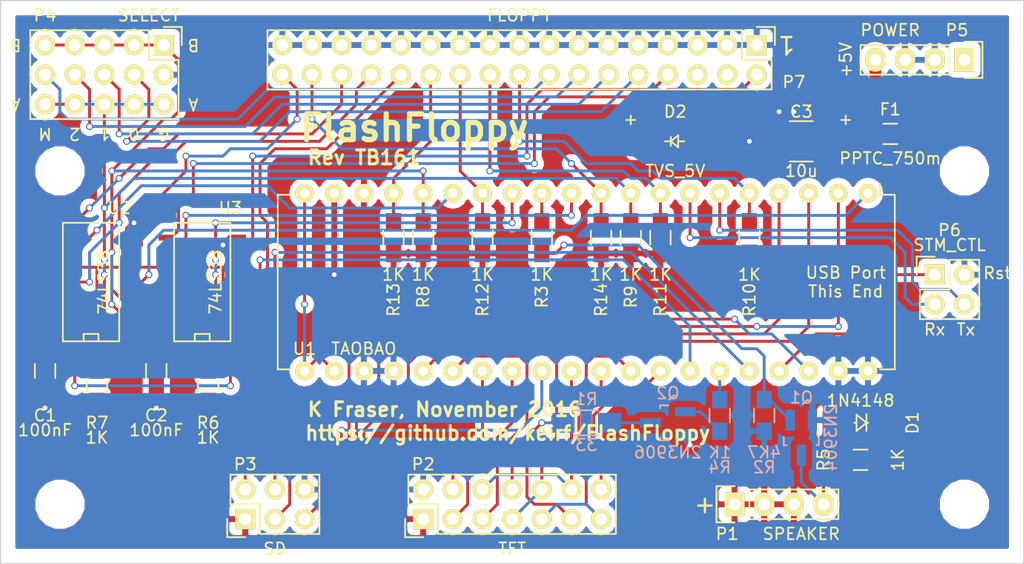
<source format=kicad_pcb>
(kicad_pcb (version 4) (host pcbnew 4.0.4+e1-6308~48~ubuntu16.04.1-stable)
  (layers (0 F.Cu signal) (31 B.Cu signal) (34 B.Paste user) (35 F.Paste user) (36 B.SilkS user) (37 F.SilkS user) (38 B.Mask user) (39 F.Mask user) (44 Edge.Cuts user))
  (net 0 "")
  (net 1 +5V)
  (net 2 GND)
  (net 3 "Net-(D1-Pad2)")
  (net 4 "Net-(F1-Pad1)")
  (net 5 /TFT_CS)
  (net 6 /TFT_RESET)
  (net 7 /TFT_DCRS)
  (net 8 /TFT_MOSI)
  (net 9 /TFT_CK)
  (net 10 /TFT_LED)
  (net 11 /TFT_MISO)
  (net 12 /T_CS)
  (net 13 /T_IRQ)
  (net 14 /SD_CS)
  (net 15 /SD_MOSI)
  (net 16 /SD_CK)
  (net 17 /SD_MISO)
  (net 18 /_SELB)
  (net 19 /_SELA)
  (net 20 /_SEL0)
  (net 21 /_SEL1)
  (net 22 /_SEL2)
  (net 23 /_MTR)
  (net 24 /RESET)
  (net 25 /SER_RX)
  (net 26 /SER_TX)
  (net 27 /_CHNG)
  (net 28 /_INDEX)
  (net 29 /_DIR)
  (net 30 /_STEP)
  (net 31 /_DKWD)
  (net 32 /_DKWE)
  (net 33 /_TRK0)
  (net 34 /_WRPROT)
  (net 35 /_DKRD)
  (net 36 /_SIDE)
  (net 37 /_RDY)
  (net 38 "Net-(Q2-Pad3)")
  (net 39 /INDEX)
  (net 40 /SPK_PWM)
  (net 41 /LED_PWM)
  (net 42 "Net-(R6-Pad2)")
  (net 43 /SEL)
  (net 44 /WRPROT)
  (net 45 /3V3)
  (net 46 /DKRD)
  (net 47 /TRK0)
  (net 48 /CHNG)
  (net 49 /RDY)
  (net 50 "Net-(Q1-Pad1)")
  (net 51 "Net-(Q2-Pad1)")
  (net 52 "Net-(P5-Pad1)")
  (net 53 "Net-(P7-Pad4)")
  (net 54 "Net-(P7-Pad6)")
  (net 55 "Net-(U3-Pad11)")
  (module Housings_DIP:DIP-40_W15.24mm (layer F.Cu) (at 173.355 97.79 270)
    (fp_text reference U1 (at 13.335 48.26 360) (layer F.SilkS))
    (fp_text value TAOBAO (at 13.335 43.18 360) (layer F.SilkS))
    (pad 1 thru_hole oval (at 0 0 270) (size 1.6 1.6) (drill 0.8) (layers *.Cu *.Mask F.SilkS) (net 49 /RDY))
    (pad 2 thru_hole oval (at 0 2.54 270) (size 1.6 1.6) (drill 0.8) (layers *.Cu *.Mask F.SilkS) (net 16 /SD_CK))
    (pad 3 thru_hole oval (at 0 5.08 270) (size 1.6 1.6) (drill 0.8) (layers *.Cu *.Mask F.SilkS) (net 17 /SD_MISO))
    (pad 4 thru_hole oval (at 0 7.62 270) (size 1.6 1.6) (drill 0.8) (layers *.Cu *.Mask F.SilkS) (net 15 /SD_MOSI))
    (pad 5 thru_hole oval (at 0 10.16 270) (size 1.6 1.6) (drill 0.8) (layers *.Cu *.Mask F.SilkS) (net 29 /_DIR))
    (pad 6 thru_hole oval (at 0 12.7 270) (size 1.6 1.6) (drill 0.8) (layers *.Cu *.Mask F.SilkS) (net 26 /SER_TX))
    (pad 7 thru_hole oval (at 0 15.24 270) (size 1.6 1.6) (drill 0.8) (layers *.Cu *.Mask F.SilkS) (net 25 /SER_RX))
    (pad 8 thru_hole oval (at 0 17.78 270) (size 1.6 1.6) (drill 0.8) (layers *.Cu *.Mask F.SilkS) (net 30 /_STEP))
    (pad 9 thru_hole oval (at 0 20.32 270) (size 1.6 1.6) (drill 0.8) (layers *.Cu *.Mask F.SilkS) (net 19 /_SELA))
    (pad 10 thru_hole oval (at 0 22.86 270) (size 1.6 1.6) (drill 0.8) (layers *.Cu *.Mask F.SilkS) (net 36 /_SIDE))
    (pad 11 thru_hole oval (at 0 25.4 270) (size 1.6 1.6) (drill 0.8) (layers *.Cu *.Mask F.SilkS) (net 48 /CHNG))
    (pad 12 thru_hole oval (at 0 27.94 270) (size 1.6 1.6) (drill 0.8) (layers *.Cu *.Mask F.SilkS) (net 40 /SPK_PWM))
    (pad 13 thru_hole oval (at 0 30.48 270) (size 1.6 1.6) (drill 0.8) (layers *.Cu *.Mask F.SilkS) (net 47 /TRK0))
    (pad 14 thru_hole oval (at 0 33.02 270) (size 1.6 1.6) (drill 0.8) (layers *.Cu *.Mask F.SilkS) (net 31 /_DKWD))
    (pad 15 thru_hole oval (at 0 35.56 270) (size 1.6 1.6) (drill 0.8) (layers *.Cu *.Mask F.SilkS) (net 46 /DKRD))
    (pad 16 thru_hole oval (at 0 38.1 270) (size 1.6 1.6) (drill 0.8) (layers *.Cu *.Mask F.SilkS) (net 18 /_SELB))
    (pad 17 thru_hole oval (at 0 40.64 270) (size 1.6 1.6) (drill 0.8) (layers *.Cu *.Mask F.SilkS) (net 32 /_DKWE))
    (pad 18 thru_hole oval (at 0 43.18 270) (size 1.6 1.6) (drill 0.8) (layers *.Cu *.Mask F.SilkS) (net 1 +5V))
    (pad 19 thru_hole oval (at 0 45.72 270) (size 1.6 1.6) (drill 0.8) (layers *.Cu *.Mask F.SilkS) (net 2 GND))
    (pad 20 thru_hole oval (at 0 48.26 270) (size 1.6 1.6) (drill 0.8) (layers *.Cu *.Mask F.SilkS) (net 45 /3V3))
    (pad 21 thru_hole oval (at 15.24 48.26 270) (size 1.6 1.6) (drill 0.8) (layers *.Cu *.Mask F.SilkS) (net 45 /3V3))
    (pad 22 thru_hole oval (at 15.24 45.72 270) (size 1.6 1.6) (drill 0.8) (layers *.Cu *.Mask F.SilkS) (net 45 /3V3))
    (pad 23 thru_hole oval (at 15.24 43.18 270) (size 1.6 1.6) (drill 0.8) (layers *.Cu *.Mask F.SilkS) (net 2 GND))
    (pad 24 thru_hole oval (at 15.24 40.64 270) (size 1.6 1.6) (drill 0.8) (layers *.Cu *.Mask F.SilkS) (net 2 GND))
    (pad 25 thru_hole oval (at 15.24 38.1 270) (size 1.6 1.6) (drill 0.8) (layers *.Cu *.Mask F.SilkS) (net 12 /T_CS))
    (pad 26 thru_hole oval (at 15.24 35.56 270) (size 1.6 1.6) (drill 0.8) (layers *.Cu *.Mask F.SilkS) (net 7 /TFT_DCRS))
    (pad 27 thru_hole oval (at 15.24 33.02 270) (size 1.6 1.6) (drill 0.8) (layers *.Cu *.Mask F.SilkS) (net 6 /TFT_RESET))
    (pad 28 thru_hole oval (at 15.24 30.48 270) (size 1.6 1.6) (drill 0.8) (layers *.Cu *.Mask F.SilkS) (net 5 /TFT_CS))
    (pad 29 thru_hole oval (at 15.24 27.94 270) (size 1.6 1.6) (drill 0.8) (layers *.Cu *.Mask F.SilkS) (net 14 /SD_CS))
    (pad 30 thru_hole oval (at 15.24 25.4 270) (size 1.6 1.6) (drill 0.8) (layers *.Cu *.Mask F.SilkS) (net 9 /TFT_CK))
    (pad 31 thru_hole oval (at 15.24 22.86 270) (size 1.6 1.6) (drill 0.8) (layers *.Cu *.Mask F.SilkS) (net 11 /TFT_MISO))
    (pad 32 thru_hole oval (at 15.24 20.32 270) (size 1.6 1.6) (drill 0.8) (layers *.Cu *.Mask F.SilkS) (net 8 /TFT_MOSI))
    (pad 33 thru_hole oval (at 15.24 17.78 270) (size 1.6 1.6) (drill 0.8) (layers *.Cu *.Mask F.SilkS) (net 13 /T_IRQ))
    (pad 34 thru_hole oval (at 15.24 15.24 270) (size 1.6 1.6) (drill 0.8) (layers *.Cu *.Mask F.SilkS) (net 39 /INDEX))
    (pad 35 thru_hole oval (at 15.24 12.7 270) (size 1.6 1.6) (drill 0.8) (layers *.Cu *.Mask F.SilkS) (net 41 /LED_PWM))
    (pad 36 thru_hole oval (at 15.24 10.16 270) (size 1.6 1.6) (drill 0.8) (layers *.Cu *.Mask F.SilkS) (net 44 /WRPROT))
    (pad 37 thru_hole oval (at 15.24 7.62 270) (size 1.6 1.6) (drill 0.8) (layers *.Cu *.Mask F.SilkS) (net 24 /RESET))
    (pad 38 thru_hole oval (at 15.24 5.08 270) (size 1.6 1.6) (drill 0.8) (layers *.Cu *.Mask F.SilkS) (net 45 /3V3))
    (pad 39 thru_hole oval (at 15.24 2.54 270) (size 1.6 1.6) (drill 0.8) (layers *.Cu *.Mask F.SilkS) (net 2 GND))
    (pad 40 thru_hole oval (at 15.24 0 270) (size 1.6 1.6) (drill 0.8) (layers *.Cu *.Mask F.SilkS) (net 2 GND))
  )
  (module Pin_Headers:Pin_Header_Straight_1x04 (layer F.Cu) (at 161.925 124.46 90)
    (fp_text reference P1 (at -2.54 -0.635 180) (layer F.SilkS))
    (fp_text value SPEAKER (at -2.54 5.715 180) (layer F.SilkS))
    (pad 1 thru_hole rect (at 0 0 90) (size 2.032 1.7272) (drill 1.016) (layers *.Cu *.Mask F.SilkS) (net 1 +5V))
    (pad 2 thru_hole oval (at 0 2.54 90) (size 2.032 1.7272) (drill 1.016) (layers *.Cu *.Mask F.SilkS) (net 1 +5V))
    (pad 3 thru_hole oval (at 0 5.08 90) (size 2.032 1.7272) (drill 1.016) (layers *.Cu *.Mask F.SilkS) (net 1 +5V))
    (pad 4 thru_hole oval (at 0 7.62 90) (size 2.032 1.7272) (drill 1.016) (layers *.Cu *.Mask F.SilkS) (net 3 "Net-(D1-Pad2)"))
  )
  (module Pin_Headers:Pin_Header_Straight_2x07 (layer F.Cu) (at 135.255 125.73 90)
    (fp_text reference P2 (at 4.699 0 180) (layer F.SilkS))
    (fp_text value TFT (at -2.54 7.62 180) (layer F.SilkS))
    (pad 1 thru_hole rect (at 0 0 90) (size 1.7272 1.7272) (drill 1.016) (layers *.Cu *.Mask F.SilkS) (net 1 +5V))
    (pad 2 thru_hole oval (at 2.54 0 90) (size 1.7272 1.7272) (drill 1.016) (layers *.Cu *.Mask F.SilkS) (net 2 GND))
    (pad 3 thru_hole oval (at 0 2.54 90) (size 1.7272 1.7272) (drill 1.016) (layers *.Cu *.Mask F.SilkS) (net 5 /TFT_CS))
    (pad 4 thru_hole oval (at 2.54 2.54 90) (size 1.7272 1.7272) (drill 1.016) (layers *.Cu *.Mask F.SilkS) (net 6 /TFT_RESET))
    (pad 5 thru_hole oval (at 0 5.08 90) (size 1.7272 1.7272) (drill 1.016) (layers *.Cu *.Mask F.SilkS) (net 7 /TFT_DCRS))
    (pad 6 thru_hole oval (at 2.54 5.08 90) (size 1.7272 1.7272) (drill 1.016) (layers *.Cu *.Mask F.SilkS) (net 8 /TFT_MOSI))
    (pad 7 thru_hole oval (at 0 7.62 90) (size 1.7272 1.7272) (drill 1.016) (layers *.Cu *.Mask F.SilkS) (net 9 /TFT_CK))
    (pad 8 thru_hole oval (at 2.54 7.62 90) (size 1.7272 1.7272) (drill 1.016) (layers *.Cu *.Mask F.SilkS) (net 10 /TFT_LED))
    (pad 9 thru_hole oval (at 0 10.16 90) (size 1.7272 1.7272) (drill 1.016) (layers *.Cu *.Mask F.SilkS) (net 11 /TFT_MISO))
    (pad 10 thru_hole oval (at 2.54 10.16 90) (size 1.7272 1.7272) (drill 1.016) (layers *.Cu *.Mask F.SilkS) (net 9 /TFT_CK))
    (pad 11 thru_hole oval (at 0 12.7 90) (size 1.7272 1.7272) (drill 1.016) (layers *.Cu *.Mask F.SilkS) (net 12 /T_CS))
    (pad 12 thru_hole oval (at 2.54 12.7 90) (size 1.7272 1.7272) (drill 1.016) (layers *.Cu *.Mask F.SilkS) (net 8 /TFT_MOSI))
    (pad 13 thru_hole oval (at 0 15.24 90) (size 1.7272 1.7272) (drill 1.016) (layers *.Cu *.Mask F.SilkS) (net 11 /TFT_MISO))
    (pad 14 thru_hole oval (at 2.54 15.24 90) (size 1.7272 1.7272) (drill 1.016) (layers *.Cu *.Mask F.SilkS) (net 13 /T_IRQ))
  )
  (module Pin_Headers:Pin_Header_Straight_2x03 (layer F.Cu) (at 120.015 125.73 90)
    (fp_text reference P3 (at 4.699 0 180) (layer F.SilkS))
    (fp_text value SD (at -2.54 2.54 180) (layer F.SilkS))
    (pad 1 thru_hole rect (at 0 0 90) (size 1.7272 1.7272) (drill 1.016) (layers *.Cu *.Mask F.SilkS) (net 1 +5V))
    (pad 2 thru_hole oval (at 2.54 0 90) (size 1.7272 1.7272) (drill 1.016) (layers *.Cu *.Mask F.SilkS) (net 14 /SD_CS))
    (pad 3 thru_hole oval (at 0 2.54 90) (size 1.7272 1.7272) (drill 1.016) (layers *.Cu *.Mask F.SilkS) (net 15 /SD_MOSI))
    (pad 4 thru_hole oval (at 2.54 2.54 90) (size 1.7272 1.7272) (drill 1.016) (layers *.Cu *.Mask F.SilkS) (net 16 /SD_CK))
    (pad 5 thru_hole oval (at 0 5.08 90) (size 1.7272 1.7272) (drill 1.016) (layers *.Cu *.Mask F.SilkS) (net 17 /SD_MISO))
    (pad 6 thru_hole oval (at 2.54 5.08 90) (size 1.7272 1.7272) (drill 1.016) (layers *.Cu *.Mask F.SilkS) (net 2 GND))
  )
  (module FF:Pin_Header_Straight_3x05 (layer F.Cu) (at 113.03 85.09 270)
    (fp_text reference P4 (at -2.54 10.16 360) (layer F.SilkS))
    (fp_text value SELECT (at -2.54 1.27 360) (layer F.SilkS))
    (pad 15 thru_hole oval (at 5.08 10.16 270) (size 1.7272 1.7272) (drill 1.016) (layers *.Cu *.Mask F.SilkS) (net 19 /_SELA))
    (pad 14 thru_hole oval (at 5.08 7.62 270) (size 1.7272 1.7272) (drill 1.016) (layers *.Cu *.Mask F.SilkS) (net 19 /_SELA))
    (pad 13 thru_hole oval (at 5.08 5.08 270) (size 1.7272 1.7272) (drill 1.016) (layers *.Cu *.Mask F.SilkS) (net 19 /_SELA))
    (pad 12 thru_hole oval (at 5.08 2.54 270) (size 1.7272 1.7272) (drill 1.016) (layers *.Cu *.Mask F.SilkS) (net 19 /_SELA))
    (pad 11 thru_hole oval (at 5.08 0 270) (size 1.7272 1.7272) (drill 1.016) (layers *.Cu *.Mask F.SilkS) (net 19 /_SELA))
    (pad 1 thru_hole rect (at 0 0 270) (size 1.7272 1.7272) (drill 1.016) (layers *.Cu *.Mask F.SilkS) (net 18 /_SELB))
    (pad 6 thru_hole oval (at 2.54 0 270) (size 1.7272 1.7272) (drill 1.016) (layers *.Cu *.Mask F.SilkS) (net 2 GND))
    (pad 2 thru_hole oval (at 0 2.54 270) (size 1.7272 1.7272) (drill 1.016) (layers *.Cu *.Mask F.SilkS) (net 18 /_SELB))
    (pad 7 thru_hole oval (at 2.54 2.54 270) (size 1.7272 1.7272) (drill 1.016) (layers *.Cu *.Mask F.SilkS) (net 20 /_SEL0))
    (pad 3 thru_hole oval (at 0 5.08 270) (size 1.7272 1.7272) (drill 1.016) (layers *.Cu *.Mask F.SilkS) (net 18 /_SELB))
    (pad 8 thru_hole oval (at 2.54 5.08 270) (size 1.7272 1.7272) (drill 1.016) (layers *.Cu *.Mask F.SilkS) (net 21 /_SEL1))
    (pad 4 thru_hole oval (at 0 7.62 270) (size 1.7272 1.7272) (drill 1.016) (layers *.Cu *.Mask F.SilkS) (net 18 /_SELB))
    (pad 9 thru_hole oval (at 2.54 7.62 270) (size 1.7272 1.7272) (drill 1.016) (layers *.Cu *.Mask F.SilkS) (net 22 /_SEL2))
    (pad 5 thru_hole oval (at 0 10.16 270) (size 1.7272 1.7272) (drill 1.016) (layers *.Cu *.Mask F.SilkS) (net 18 /_SELB))
    (pad 10 thru_hole oval (at 2.54 10.16 270) (size 1.7272 1.7272) (drill 1.016) (layers *.Cu *.Mask F.SilkS) (net 23 /_MTR))
  )
  (module Pin_Headers:Pin_Header_Straight_1x04 (layer F.Cu) (at 181.61 86.36 270)
    (fp_text reference P5 (at -2.54 0.635 360) (layer F.SilkS))
    (fp_text value POWER (at -2.54 6.35 360) (layer F.SilkS))
    (pad 1 thru_hole rect (at 0 0 270) (size 2.032 1.7272) (drill 1.016) (layers *.Cu *.Mask F.SilkS) (net 52 "Net-(P5-Pad1)"))
    (pad 2 thru_hole oval (at 0 2.54 270) (size 2.032 1.7272) (drill 1.016) (layers *.Cu *.Mask F.SilkS) (net 2 GND))
    (pad 3 thru_hole oval (at 0 5.08 270) (size 2.032 1.7272) (drill 1.016) (layers *.Cu *.Mask F.SilkS) (net 2 GND))
    (pad 4 thru_hole oval (at 0 7.62 270) (size 2.032 1.7272) (drill 1.016) (layers *.Cu *.Mask F.SilkS) (net 4 "Net-(F1-Pad1)"))
  )
  (module Pin_Headers:Pin_Header_Straight_2x17 (layer F.Cu) (at 163.83 85.09 270)
    (fp_text reference P7 (at 3.175 -3.175 540) (layer F.SilkS))
    (fp_text value FLOPPY (at -2.54 20.32 540) (layer F.SilkS))
    (pad 1 thru_hole rect (at 0 0 270) (size 1.7272 1.7272) (drill 1.016) (layers *.Cu *.Mask F.SilkS) (net 2 GND))
    (pad 2 thru_hole oval (at 2.54 0 270) (size 1.7272 1.7272) (drill 1.016) (layers *.Cu *.Mask F.SilkS) (net 27 /_CHNG))
    (pad 3 thru_hole oval (at 0 2.54 270) (size 1.7272 1.7272) (drill 1.016) (layers *.Cu *.Mask F.SilkS) (net 2 GND))
    (pad 4 thru_hole oval (at 2.54 2.54 270) (size 1.7272 1.7272) (drill 1.016) (layers *.Cu *.Mask F.SilkS) (net 53 "Net-(P7-Pad4)"))
    (pad 5 thru_hole oval (at 0 5.08 270) (size 1.7272 1.7272) (drill 1.016) (layers *.Cu *.Mask F.SilkS) (net 2 GND))
    (pad 6 thru_hole oval (at 2.54 5.08 270) (size 1.7272 1.7272) (drill 1.016) (layers *.Cu *.Mask F.SilkS) (net 54 "Net-(P7-Pad6)"))
    (pad 7 thru_hole oval (at 0 7.62 270) (size 1.7272 1.7272) (drill 1.016) (layers *.Cu *.Mask F.SilkS) (net 2 GND))
    (pad 8 thru_hole oval (at 2.54 7.62 270) (size 1.7272 1.7272) (drill 1.016) (layers *.Cu *.Mask F.SilkS) (net 28 /_INDEX))
    (pad 9 thru_hole oval (at 0 10.16 270) (size 1.7272 1.7272) (drill 1.016) (layers *.Cu *.Mask F.SilkS) (net 2 GND))
    (pad 10 thru_hole oval (at 2.54 10.16 270) (size 1.7272 1.7272) (drill 1.016) (layers *.Cu *.Mask F.SilkS) (net 20 /_SEL0))
    (pad 11 thru_hole oval (at 0 12.7 270) (size 1.7272 1.7272) (drill 1.016) (layers *.Cu *.Mask F.SilkS) (net 2 GND))
    (pad 12 thru_hole oval (at 2.54 12.7 270) (size 1.7272 1.7272) (drill 1.016) (layers *.Cu *.Mask F.SilkS) (net 21 /_SEL1))
    (pad 13 thru_hole oval (at 0 15.24 270) (size 1.7272 1.7272) (drill 1.016) (layers *.Cu *.Mask F.SilkS) (net 2 GND))
    (pad 14 thru_hole oval (at 2.54 15.24 270) (size 1.7272 1.7272) (drill 1.016) (layers *.Cu *.Mask F.SilkS) (net 22 /_SEL2))
    (pad 15 thru_hole oval (at 0 17.78 270) (size 1.7272 1.7272) (drill 1.016) (layers *.Cu *.Mask F.SilkS) (net 2 GND))
    (pad 16 thru_hole oval (at 2.54 17.78 270) (size 1.7272 1.7272) (drill 1.016) (layers *.Cu *.Mask F.SilkS) (net 23 /_MTR))
    (pad 17 thru_hole oval (at 0 20.32 270) (size 1.7272 1.7272) (drill 1.016) (layers *.Cu *.Mask F.SilkS) (net 2 GND))
    (pad 18 thru_hole oval (at 2.54 20.32 270) (size 1.7272 1.7272) (drill 1.016) (layers *.Cu *.Mask F.SilkS) (net 29 /_DIR))
    (pad 19 thru_hole oval (at 0 22.86 270) (size 1.7272 1.7272) (drill 1.016) (layers *.Cu *.Mask F.SilkS) (net 2 GND))
    (pad 20 thru_hole oval (at 2.54 22.86 270) (size 1.7272 1.7272) (drill 1.016) (layers *.Cu *.Mask F.SilkS) (net 30 /_STEP))
    (pad 21 thru_hole oval (at 0 25.4 270) (size 1.7272 1.7272) (drill 1.016) (layers *.Cu *.Mask F.SilkS) (net 2 GND))
    (pad 22 thru_hole oval (at 2.54 25.4 270) (size 1.7272 1.7272) (drill 1.016) (layers *.Cu *.Mask F.SilkS) (net 31 /_DKWD))
    (pad 23 thru_hole oval (at 0 27.94 270) (size 1.7272 1.7272) (drill 1.016) (layers *.Cu *.Mask F.SilkS) (net 2 GND))
    (pad 24 thru_hole oval (at 2.54 27.94 270) (size 1.7272 1.7272) (drill 1.016) (layers *.Cu *.Mask F.SilkS) (net 32 /_DKWE))
    (pad 25 thru_hole oval (at 0 30.48 270) (size 1.7272 1.7272) (drill 1.016) (layers *.Cu *.Mask F.SilkS) (net 2 GND))
    (pad 26 thru_hole oval (at 2.54 30.48 270) (size 1.7272 1.7272) (drill 1.016) (layers *.Cu *.Mask F.SilkS) (net 33 /_TRK0))
    (pad 27 thru_hole oval (at 0 33.02 270) (size 1.7272 1.7272) (drill 1.016) (layers *.Cu *.Mask F.SilkS) (net 2 GND))
    (pad 28 thru_hole oval (at 2.54 33.02 270) (size 1.7272 1.7272) (drill 1.016) (layers *.Cu *.Mask F.SilkS) (net 34 /_WRPROT))
    (pad 29 thru_hole oval (at 0 35.56 270) (size 1.7272 1.7272) (drill 1.016) (layers *.Cu *.Mask F.SilkS) (net 2 GND))
    (pad 30 thru_hole oval (at 2.54 35.56 270) (size 1.7272 1.7272) (drill 1.016) (layers *.Cu *.Mask F.SilkS) (net 35 /_DKRD))
    (pad 31 thru_hole oval (at 0 38.1 270) (size 1.7272 1.7272) (drill 1.016) (layers *.Cu *.Mask F.SilkS) (net 2 GND))
    (pad 32 thru_hole oval (at 2.54 38.1 270) (size 1.7272 1.7272) (drill 1.016) (layers *.Cu *.Mask F.SilkS) (net 36 /_SIDE))
    (pad 33 thru_hole oval (at 0 40.64 270) (size 1.7272 1.7272) (drill 1.016) (layers *.Cu *.Mask F.SilkS) (net 2 GND))
    (pad 34 thru_hole oval (at 2.54 40.64 270) (size 1.7272 1.7272) (drill 1.016) (layers *.Cu *.Mask F.SilkS) (net 37 /_RDY))
  )
  (module FF:C_3528 (layer F.Cu) (at 167.64 93.345 180)
    (fp_text reference C3 (at 0 2.54 180) (layer F.SilkS))
    (fp_text value 10u (at 0 -2.54 180) (layer F.SilkS))
    (pad 1 smd rect (at -2.135 0 180) (size 2.6 2.6) (layers F.Cu F.Paste F.Mask) (net 1 +5V))
    (pad 2 smd rect (at 2.065 0 180) (size 2.6 2.6) (layers F.Cu F.Paste F.Mask) (net 2 GND))
  )
  (module FF:D_SOD128 (layer F.Cu) (at 156.845 93.345)
    (fp_text reference D2 (at 0 -2.54) (layer F.SilkS))
    (fp_text value TVS_5V (at 0 2.54) (layer F.SilkS))
    (pad 1 smd rect (at -2.45 0) (size 2.5 2.2) (layers F.Cu F.Paste F.Mask) (net 1 +5V))
    (pad 2 smd rect (at 2.45 0) (size 2.5 2.2) (layers F.Cu F.Paste F.Mask) (net 2 GND))
  )
  (module TO_SOT_Packages_SMD:SOT-23_Handsoldering (layer B.Cu) (at 167.64 118.745)
    (fp_text reference Q1 (at 0 -3.429 180) (layer B.SilkS) (effects (justify mirror)))
    (fp_text value 2N3904 (at 2.54 0 90) (layer B.SilkS) (effects (justify mirror)))
    (pad 1 smd rect (at -0.95 -1.50114) (size 0.8001 1.80086) (layers B.Cu B.Paste B.Mask) (net 50 "Net-(Q1-Pad1)"))
    (pad 2 smd rect (at 0.95 -1.50114) (size 0.8001 1.80086) (layers B.Cu B.Paste B.Mask) (net 2 GND))
    (pad 3 smd rect (at 0 1.50114) (size 0.8001 1.80086) (layers B.Cu B.Paste B.Mask) (net 3 "Net-(D1-Pad2)"))
  )
  (module TO_SOT_Packages_SMD:SOT-23_Handsoldering (layer B.Cu) (at 156.21 117.475 270)
    (fp_text reference Q2 (at -2.54 0 540) (layer B.SilkS) (effects (justify mirror)))
    (fp_text value 2N3906 (at 2.54 0 540) (layer B.SilkS) (effects (justify mirror)))
    (pad 1 smd rect (at -0.95 -1.50114 270) (size 0.8001 1.80086) (layers B.Cu B.Paste B.Mask) (net 51 "Net-(Q2-Pad1)"))
    (pad 2 smd rect (at 0.95 -1.50114 270) (size 0.8001 1.80086) (layers B.Cu B.Paste B.Mask) (net 1 +5V))
    (pad 3 smd rect (at 0 1.50114 270) (size 0.8001 1.80086) (layers B.Cu B.Paste B.Mask) (net 38 "Net-(Q2-Pad3)"))
  )
  (module Resistors_SMD:R_0805_HandSoldering (layer F.Cu) (at 145.415 101.6 90)
    (fp_text reference R3 (at -5.08 0 90) (layer F.SilkS))
    (fp_text value 1K (at -3.175 0 180) (layer F.SilkS))
    (pad 1 smd rect (at -1.35 0 90) (size 1.5 1.3) (layers F.Cu F.Paste F.Mask) (net 50 "Net-(Q1-Pad1)"))
    (pad 2 smd rect (at 1.35 0 90) (size 1.5 1.3) (layers F.Cu F.Paste F.Mask) (net 40 /SPK_PWM))
  )
  (module Resistors_SMD:R_0805_HandSoldering (layer B.Cu) (at 160.655 116.84 270)
    (fp_text reference R4 (at 4.445 0 360) (layer B.SilkS) (effects (justify mirror)))
    (fp_text value 1K (at 3.175 0 360) (layer B.SilkS) (effects (justify mirror)))
    (pad 1 smd rect (at -1.35 0 270) (size 1.5 1.3) (layers B.Cu B.Paste B.Mask) (net 41 /LED_PWM))
    (pad 2 smd rect (at 1.35 0 270) (size 1.5 1.3) (layers B.Cu B.Paste B.Mask) (net 51 "Net-(Q2-Pad1)"))
  )
  (module Resistors_SMD:R_0805_HandSoldering (layer F.Cu) (at 172.72 120.65 180)
    (fp_text reference R5 (at 3.175 0 270) (layer F.SilkS))
    (fp_text value 1K (at -3.175 0 270) (layer F.SilkS))
    (pad 1 smd rect (at -1.35 0 180) (size 1.5 1.3) (layers F.Cu F.Paste F.Mask) (net 1 +5V))
    (pad 2 smd rect (at 1.35 0 180) (size 1.5 1.3) (layers F.Cu F.Paste F.Mask) (net 3 "Net-(D1-Pad2)"))
  )
  (module Resistors_SMD:R_0805_HandSoldering (layer F.Cu) (at 116.84 114.3 90)
    (fp_text reference R6 (at -3.175 0 180) (layer F.SilkS))
    (fp_text value 1K (at -4.445 0 180) (layer F.SilkS))
    (pad 1 smd rect (at -1.35 0 90) (size 1.5 1.3) (layers F.Cu F.Paste F.Mask) (net 1 +5V))
    (pad 2 smd rect (at 1.35 0 90) (size 1.5 1.3) (layers F.Cu F.Paste F.Mask) (net 42 "Net-(R6-Pad2)"))
  )
  (module Resistors_SMD:R_0805_HandSoldering (layer F.Cu) (at 107.315 114.3 90)
    (fp_text reference R7 (at -3.175 0 180) (layer F.SilkS))
    (fp_text value 1K (at -4.445 0 180) (layer F.SilkS))
    (pad 1 smd rect (at -1.35 0 90) (size 1.5 1.3) (layers F.Cu F.Paste F.Mask) (net 1 +5V))
    (pad 2 smd rect (at 1.35 0 90) (size 1.5 1.3) (layers F.Cu F.Paste F.Mask) (net 43 /SEL))
  )
  (module Resistors_SMD:R_0805_HandSoldering (layer F.Cu) (at 135.255 101.6 90)
    (fp_text reference R8 (at -5.08 0 90) (layer F.SilkS))
    (fp_text value 1K (at -3.175 0 180) (layer F.SilkS))
    (pad 1 smd rect (at -1.35 0 90) (size 1.5 1.3) (layers F.Cu F.Paste F.Mask) (net 1 +5V))
    (pad 2 smd rect (at 1.35 0 90) (size 1.5 1.3) (layers F.Cu F.Paste F.Mask) (net 18 /_SELB))
  )
  (module Resistors_SMD:R_0805_HandSoldering (layer F.Cu) (at 153.035 101.6 90)
    (fp_text reference R9 (at -5.08 0 90) (layer F.SilkS))
    (fp_text value 1K (at -3.175 0 180) (layer F.SilkS))
    (pad 1 smd rect (at -1.35 0 90) (size 1.5 1.3) (layers F.Cu F.Paste F.Mask) (net 1 +5V))
    (pad 2 smd rect (at 1.35 0 90) (size 1.5 1.3) (layers F.Cu F.Paste F.Mask) (net 19 /_SELA))
  )
  (module Resistors_SMD:R_0805_HandSoldering (layer F.Cu) (at 163.195 101.6 90)
    (fp_text reference R10 (at -5.334 0 90) (layer F.SilkS))
    (fp_text value 1K (at -3.175 0 180) (layer F.SilkS))
    (pad 1 smd rect (at -1.35 0 90) (size 1.5 1.3) (layers F.Cu F.Paste F.Mask) (net 1 +5V))
    (pad 2 smd rect (at 1.35 0 90) (size 1.5 1.3) (layers F.Cu F.Paste F.Mask) (net 29 /_DIR))
  )
  (module Resistors_SMD:R_0805_HandSoldering (layer F.Cu) (at 155.575 101.6 90)
    (fp_text reference R11 (at -5.334 0 90) (layer F.SilkS))
    (fp_text value 1K (at -3.175 0 180) (layer F.SilkS))
    (pad 1 smd rect (at -1.35 0 90) (size 1.5 1.3) (layers F.Cu F.Paste F.Mask) (net 1 +5V))
    (pad 2 smd rect (at 1.35 0 90) (size 1.5 1.3) (layers F.Cu F.Paste F.Mask) (net 30 /_STEP))
  )
  (module Resistors_SMD:R_0805_HandSoldering (layer F.Cu) (at 140.335 101.6 90)
    (fp_text reference R12 (at -5.334 0 90) (layer F.SilkS))
    (fp_text value 1K (at -3.175 0 180) (layer F.SilkS))
    (pad 1 smd rect (at -1.35 0 90) (size 1.5 1.3) (layers F.Cu F.Paste F.Mask) (net 1 +5V))
    (pad 2 smd rect (at 1.35 0 90) (size 1.5 1.3) (layers F.Cu F.Paste F.Mask) (net 31 /_DKWD))
  )
  (module Resistors_SMD:R_0805_HandSoldering (layer F.Cu) (at 132.715 101.6 90)
    (fp_text reference R13 (at -5.334 0 90) (layer F.SilkS))
    (fp_text value 1K (at -3.175 0 180) (layer F.SilkS))
    (pad 1 smd rect (at -1.35 0 90) (size 1.5 1.3) (layers F.Cu F.Paste F.Mask) (net 1 +5V))
    (pad 2 smd rect (at 1.35 0 90) (size 1.5 1.3) (layers F.Cu F.Paste F.Mask) (net 32 /_DKWE))
  )
  (module Resistors_SMD:R_0805_HandSoldering (layer F.Cu) (at 150.495 101.6 90)
    (fp_text reference R14 (at -5.334 0 90) (layer F.SilkS))
    (fp_text value 1K (at -3.175 0 180) (layer F.SilkS))
    (pad 1 smd rect (at -1.35 0 90) (size 1.5 1.3) (layers F.Cu F.Paste F.Mask) (net 1 +5V))
    (pad 2 smd rect (at 1.35 0 90) (size 1.5 1.3) (layers F.Cu F.Paste F.Mask) (net 36 /_SIDE))
  )
  (module SMD_Packages:SOIC-14_N (layer F.Cu) (at 106.68 105.41 90)
    (fp_text reference U2 (at 6.35 2.54 180) (layer F.SilkS))
    (fp_text value 74LS38 (at 0 1.27 90) (layer F.SilkS))
    (pad 1 smd rect (at -3.81 3.302 90) (size 0.508 1.143) (layers F.Cu F.Paste F.Mask) (net 19 /_SELA))
    (pad 2 smd rect (at -2.54 3.302 90) (size 0.508 1.143) (layers F.Cu F.Paste F.Mask) (net 18 /_SELB))
    (pad 3 smd rect (at -1.27 3.302 90) (size 0.508 1.143) (layers F.Cu F.Paste F.Mask) (net 43 /SEL))
    (pad 4 smd rect (at 0 3.302 90) (size 0.508 1.143) (layers F.Cu F.Paste F.Mask) (net 49 /RDY))
    (pad 5 smd rect (at 1.27 3.302 90) (size 0.508 1.143) (layers F.Cu F.Paste F.Mask) (net 43 /SEL))
    (pad 6 smd rect (at 2.54 3.302 90) (size 0.508 1.143) (layers F.Cu F.Paste F.Mask) (net 37 /_RDY))
    (pad 7 smd rect (at 3.81 3.302 90) (size 0.508 1.143) (layers F.Cu F.Paste F.Mask) (net 2 GND))
    (pad 8 smd rect (at 3.81 -3.048 90) (size 0.508 1.143) (layers F.Cu F.Paste F.Mask) (net 35 /_DKRD))
    (pad 9 smd rect (at 2.54 -3.048 90) (size 0.508 1.143) (layers F.Cu F.Paste F.Mask) (net 46 /DKRD))
    (pad 11 smd rect (at 0 -3.048 90) (size 0.508 1.143) (layers F.Cu F.Paste F.Mask) (net 34 /_WRPROT))
    (pad 12 smd rect (at -1.27 -3.048 90) (size 0.508 1.143) (layers F.Cu F.Paste F.Mask) (net 44 /WRPROT))
    (pad 13 smd rect (at -2.54 -3.048 90) (size 0.508 1.143) (layers F.Cu F.Paste F.Mask) (net 43 /SEL))
    (pad 14 smd rect (at -3.81 -3.048 90) (size 0.508 1.143) (layers F.Cu F.Paste F.Mask) (net 1 +5V))
    (pad 10 smd rect (at 1.27 -3.048 90) (size 0.508 1.143) (layers F.Cu F.Paste F.Mask) (net 43 /SEL))
  )
  (module SMD_Packages:SOIC-14_N (layer F.Cu) (at 116.205 105.41 90)
    (fp_text reference U3 (at 6.35 2.54 180) (layer F.SilkS))
    (fp_text value 74LS38 (at 0 1.27 90) (layer F.SilkS))
    (pad 1 smd rect (at -3.81 3.302 90) (size 0.508 1.143) (layers F.Cu F.Paste F.Mask) (net 47 /TRK0))
    (pad 2 smd rect (at -2.54 3.302 90) (size 0.508 1.143) (layers F.Cu F.Paste F.Mask) (net 43 /SEL))
    (pad 3 smd rect (at -1.27 3.302 90) (size 0.508 1.143) (layers F.Cu F.Paste F.Mask) (net 33 /_TRK0))
    (pad 4 smd rect (at 0 3.302 90) (size 0.508 1.143) (layers F.Cu F.Paste F.Mask) (net 39 /INDEX))
    (pad 5 smd rect (at 1.27 3.302 90) (size 0.508 1.143) (layers F.Cu F.Paste F.Mask) (net 43 /SEL))
    (pad 6 smd rect (at 2.54 3.302 90) (size 0.508 1.143) (layers F.Cu F.Paste F.Mask) (net 28 /_INDEX))
    (pad 7 smd rect (at 3.81 3.302 90) (size 0.508 1.143) (layers F.Cu F.Paste F.Mask) (net 2 GND))
    (pad 8 smd rect (at 3.81 -3.048 90) (size 0.508 1.143) (layers F.Cu F.Paste F.Mask) (net 27 /_CHNG))
    (pad 9 smd rect (at 2.54 -3.048 90) (size 0.508 1.143) (layers F.Cu F.Paste F.Mask) (net 48 /CHNG))
    (pad 11 smd rect (at 0 -3.048 90) (size 0.508 1.143) (layers F.Cu F.Paste F.Mask) (net 55 "Net-(U3-Pad11)"))
    (pad 12 smd rect (at -1.27 -3.048 90) (size 0.508 1.143) (layers F.Cu F.Paste F.Mask) (net 42 "Net-(R6-Pad2)"))
    (pad 13 smd rect (at -2.54 -3.048 90) (size 0.508 1.143) (layers F.Cu F.Paste F.Mask) (net 42 "Net-(R6-Pad2)"))
    (pad 14 smd rect (at -3.81 -3.048 90) (size 0.508 1.143) (layers F.Cu F.Paste F.Mask) (net 1 +5V))
    (pad 10 smd rect (at 1.27 -3.048 90) (size 0.508 1.143) (layers F.Cu F.Paste F.Mask) (net 43 /SEL))
  )
  (module Resistors_SMD:R_0805_HandSoldering (layer F.Cu) (at 102.87 113.03 270)
    (fp_text reference C1 (at 3.81 0 360) (layer F.SilkS))
    (fp_text value 100nF (at 5.08 0 360) (layer F.SilkS))
    (pad 1 smd rect (at -1.35 0 270) (size 1.5 1.3) (layers F.Cu F.Paste F.Mask) (net 1 +5V))
    (pad 2 smd rect (at 1.35 0 270) (size 1.5 1.3) (layers F.Cu F.Paste F.Mask) (net 2 GND))
  )
  (module Resistors_SMD:R_0805_HandSoldering (layer F.Cu) (at 112.395 113.03 270)
    (fp_text reference C2 (at 3.81 0 360) (layer F.SilkS))
    (fp_text value 100nF (at 5.08 0 360) (layer F.SilkS))
    (pad 1 smd rect (at -1.35 0 270) (size 1.5 1.3) (layers F.Cu F.Paste F.Mask) (net 1 +5V))
    (pad 2 smd rect (at 1.35 0 270) (size 1.5 1.3) (layers F.Cu F.Paste F.Mask) (net 2 GND))
  )
  (module Resistors_SMD:R_0805_HandSoldering (layer F.Cu) (at 175.26 92.71)
    (fp_text reference F1 (at 0 -2.1) (layer F.SilkS))
    (fp_text value PPTC_750m (at 0 2.1) (layer F.SilkS))
    (pad 1 smd rect (at -1.35 0) (size 1.5 1.3) (layers F.Cu F.Paste F.Mask) (net 4 "Net-(F1-Pad1)"))
    (pad 2 smd rect (at 1.35 0) (size 1.5 1.3) (layers F.Cu F.Paste F.Mask) (net 1 +5V))
  )
  (module Resistors_SMD:R_1206_HandSoldering (layer B.Cu) (at 149.225 117.475 180)
    (fp_text reference R1 (at 0 2.032 180) (layer B.SilkS) (effects (justify mirror)))
    (fp_text value 33 (at 0 -1.905 180) (layer B.SilkS) (effects (justify mirror)))
    (pad 1 smd rect (at -2 0 180) (size 2 1.7) (layers B.Cu B.Paste B.Mask) (net 38 "Net-(Q2-Pad3)"))
    (pad 2 smd rect (at 2 0 180) (size 2 1.7) (layers B.Cu B.Paste B.Mask) (net 10 /TFT_LED))
  )
  (module FF:MiniMELF_Handsoldering (layer F.Cu) (at 172.72 117.475 180)
    (fp_text reference D1 (at -4.445 0 270) (layer F.SilkS))
    (fp_text value 1N4148 (at 0 1.905 360) (layer F.SilkS))
    (pad 1 smd rect (at -2.25 0 180) (size 2 2) (layers F.Cu F.Paste F.Mask) (net 1 +5V))
    (pad 2 smd rect (at 2.25 0 180) (size 2 2) (layers F.Cu F.Paste F.Mask) (net 3 "Net-(D1-Pad2)"))
  )
  (module Pin_Headers:Pin_Header_Straight_2x02 (layer F.Cu) (at 179.07 104.775)
    (fp_text reference P6 (at 1.27 -3.81) (layer F.SilkS))
    (fp_text value STM_CTL (at 1.27 -2.54) (layer F.SilkS))
    (pad 1 thru_hole rect (at 0 0) (size 1.7272 1.7272) (drill 1.016) (layers *.Cu *.Mask F.SilkS) (net 24 /RESET))
    (pad 2 thru_hole oval (at 2.54 0) (size 1.7272 1.7272) (drill 1.016) (layers *.Cu *.Mask F.SilkS) (net 2 GND))
    (pad 3 thru_hole oval (at 0 2.54) (size 1.7272 1.7272) (drill 1.016) (layers *.Cu *.Mask F.SilkS) (net 25 /SER_RX))
    (pad 4 thru_hole oval (at 2.54 2.54) (size 1.7272 1.7272) (drill 1.016) (layers *.Cu *.Mask F.SilkS) (net 26 /SER_TX))
  )
  (module Mounting_Holes:MountingHole_3.2mm_M3 (layer F.Cu) (at 181.61 95.885)
    (fp_text reference REF** hide)
    (fp_text value MountingHole_3.2mm_M3 hide)
    (pad 1 np_thru_hole circle (at 0 0) (size 3.2 3.2) (drill 3.2) (layers *.Cu *.Mask F.SilkS))
  )
  (module Mounting_Holes:MountingHole_3.2mm_M3 (layer F.Cu) (at 181.61 124.46)
    (fp_text reference REF** hide)
    (fp_text value MountingHole_3.2mm_M3 hide)
    (pad 1 np_thru_hole circle (at 0 0) (size 3.2 3.2) (drill 3.2) (layers *.Cu *.Mask F.SilkS))
  )
  (module Mounting_Holes:MountingHole_3.2mm_M3 (layer F.Cu) (at 104.14 95.885)
    (fp_text reference REF** hide)
    (fp_text value MountingHole_3.2mm_M3 hide)
    (pad 1 np_thru_hole circle (at 0 0) (size 3.2 3.2) (drill 3.2) (layers *.Cu *.Mask F.SilkS))
  )
  (module Mounting_Holes:MountingHole_3.2mm_M3 (layer F.Cu) (at 104.14 124.46)
    (fp_text reference REF** hide)
    (fp_text value MountingHole_3.2mm_M3 hide)
    (pad 1 np_thru_hole circle (at 0 0) (size 3.2 3.2) (drill 3.2) (layers *.Cu *.Mask F.SilkS))
  )
  (module Resistors_SMD:R_0805_HandSoldering (layer B.Cu) (at 164.465 116.84 270)
    (fp_text reference R2 (at 4.445 0 360) (layer B.SilkS) (effects (justify mirror)))
    (fp_text value 4K7 (at 3.175 0 360) (layer B.SilkS) (effects (justify mirror)))
    (pad 1 smd rect (at -1.35 0 270) (size 1.5 1.3) (layers B.Cu B.Paste B.Mask) (net 50 "Net-(Q1-Pad1)"))
    (pad 2 smd rect (at 1.35 0 270) (size 1.5 1.3) (layers B.Cu B.Paste B.Mask) (net 2 GND))
  )
  (gr_text https://github.com/keirf/FlashFloppy (at 142.494 118.364) (layer F.SilkS) (effects (font (size 1.2 1.2) (thickness 0.25))))
  (gr_line (start 99.06 129.54) (end 99.06 81.28) (angle 90) (layer Edge.Cuts) (width 0.1))
  (gr_line (start 186.69 129.54) (end 99.06 129.54) (angle 90) (layer Edge.Cuts) (width 0.1))
  (gr_line (start 186.69 81.28) (end 186.69 129.54) (angle 90) (layer Edge.Cuts) (width 0.1))
  (gr_text +5V (at 171.45 86.36 90) (layer F.SilkS) (effects (font (size 1 1))))
  (gr_text Rx (at 178.054 109.474) (layer F.SilkS) (effects (font (size 1 1)) (justify left)))
  (gr_text Tx (at 180.848 109.474) (layer F.SilkS) (effects (font (size 1 1)) (justify left)))
  (gr_text Rst (at 183.134 104.648) (layer F.SilkS) (effects (font (size 1 1)) (justify left)))
  (gr_text "K Fraser, November 2016" (at 125.222 116.332) (layer F.SilkS) (effects (font (size 1.2 1.2) (thickness 0.25)) (justify left)))
  (gr_text "Rev TB161" (at 125.222 94.742) (layer F.SilkS) (effects (font (size 1.2 1.2) (thickness 0.25)) (justify left)))
  (gr_text FlashFloppy (at 124.46 92.202) (layer F.SilkS) (effects (font (size 2.2 2.2) (thickness 0.45)) (justify left)))
  (gr_text "USB Port\nThis End" (at 171.45 105.41) (layer F.SilkS) (effects (font (size 1 1))))
  (gr_text + (at 159.385 124.46) (layer F.SilkS) (effects (font (size 1.5 1.5) (thickness 0.2))))
  (gr_text + (at 171.45 91.44) (layer F.SilkS) (effects (font (size 1 1))))
  (gr_text + (at 153.035 91.44) (layer F.SilkS) (effects (font (size 1 1))))
  (gr_text A (at 100.33 90.17 180) (layer F.SilkS) (effects (font (size 1 1))))
  (gr_text B (at 115.57 85.09 180) (layer F.SilkS) (effects (font (size 1 1))))
  (gr_text A (at 115.57 90.17 180) (layer F.SilkS) (effects (font (size 1 1))))
  (gr_text B (at 100.33 85.09 180) (layer F.SilkS) (effects (font (size 1 1))))
  (gr_text M (at 102.87 92.71 180) (layer F.SilkS) (effects (font (size 1 1))))
  (gr_text 2 (at 105.41 92.71 180) (layer F.SilkS) (effects (font (size 1 1))))
  (gr_text 1 (at 107.95 92.71 180) (layer F.SilkS) (effects (font (size 1 1))))
  (gr_text 0 (at 110.49 92.71 180) (layer F.SilkS) (effects (font (size 1 1))))
  (gr_text G (at 113.03 92.71 180) (layer F.SilkS) (effects (font (size 1 1))))
  (gr_text 1 (at 125.095 125.73) (layer F.SilkS) (effects (font (size 1.5 1.5) (thickness 0.2))))
  (gr_text 1 (at 140.335 125.73) (layer F.SilkS) (effects (font (size 1.5 1.5) (thickness 0.2))))
  (gr_text 1 (at 166.37 85.09 180) (layer F.SilkS) (effects (font (size 1.5 1.5) (thickness 0.2))))
  (gr_line (start 99.06 81.28) (end 186.69 81.28) (angle 90) (layer Edge.Cuts) (width 0.1))
  (segment (start 157.71114 118.425) (end 157.71114 118.97614) (width 0.5) (layer B.Cu) (net 1))
  (via (at 158.115 119.38) (size 0.6) (drill 0.4) (layers F.Cu B.Cu) (net 1))
  (segment (start 157.71114 118.97614) (end 158.115 119.38) (width 0.5) (layer B.Cu) (net 1))
  (segment (start 127.635 97.79) (end 127.635 104.775) (width 0.5) (layer F.Cu) (net 2))
  (via (at 127.635 104.775) (size 0.6) (drill 0.4) (layers F.Cu B.Cu) (net 2))
  (segment (start 119.507 101.6) (end 118.745 101.6) (width 0.5) (layer F.Cu) (net 2))
  (via (at 118.11 102.235) (size 0.6) (drill 0.4) (layers F.Cu B.Cu) (net 2))
  (segment (start 118.745 101.6) (end 118.11 102.235) (width 0.5) (layer F.Cu) (net 2))
  (segment (start 102.87 114.38) (end 102.87 116.205) (width 0.5) (layer F.Cu) (net 2))
  (via (at 102.87 116.205) (size 0.6) (drill 0.4) (layers F.Cu B.Cu) (net 2))
  (segment (start 112.395 114.38) (end 112.395 116.205) (width 0.5) (layer F.Cu) (net 2))
  (via (at 112.395 116.205) (size 0.6) (drill 0.4) (layers F.Cu B.Cu) (net 2))
  (segment (start 109.982 101.6) (end 109.982 100.838) (width 0.5) (layer F.Cu) (net 2))
  (via (at 110.49 100.33) (size 0.6) (drill 0.4) (layers F.Cu B.Cu) (net 2))
  (segment (start 109.982 100.838) (end 110.49 100.33) (width 0.5) (layer F.Cu) (net 2))
  (segment (start 159.295 93.345) (end 163.195 93.345) (width 0.5) (layer F.Cu) (net 2))
  (via (at 163.195 93.345) (size 0.6) (drill 0.4) (layers F.Cu B.Cu) (net 2))
  (segment (start 163.195 93.345) (end 165.575 93.345) (width 0.5) (layer F.Cu) (net 2))
  (segment (start 165.575 93.345) (end 165.575 90.965) (width 0.5) (layer F.Cu) (net 2))
  (via (at 165.735 90.805) (size 0.6) (drill 0.4) (layers F.Cu B.Cu) (net 2))
  (segment (start 165.575 90.965) (end 165.735 90.805) (width 0.5) (layer F.Cu) (net 2))
  (segment (start 165.575 93.345) (end 165.575 92.235) (width 0.5) (layer F.Cu) (net 2))
  (segment (start 165.575 92.235) (end 167.005 90.805) (width 0.5) (layer F.Cu) (net 2))
  (via (at 167.005 90.805) (size 0.6) (drill 0.4) (layers F.Cu B.Cu) (net 2))
  (segment (start 167.64 120.24614) (end 167.64 122.555) (width 0.25) (layer B.Cu) (net 3))
  (segment (start 167.64 122.555) (end 169.545 124.46) (width 0.25) (layer B.Cu) (net 3))
  (segment (start 169.545 122.475) (end 171.37 120.65) (width 0.25) (layer F.Cu) (net 3))
  (segment (start 169.545 124.46) (end 169.545 122.475) (width 0.25) (layer F.Cu) (net 3))
  (segment (start 169.545 124.46) (end 169.545 123.745) (width 0.25) (layer F.Cu) (net 3))
  (segment (start 170.47 117.475) (end 170.47 118.4) (width 0.25) (layer F.Cu) (net 3))
  (segment (start 170.47 118.4) (end 171.37 119.3) (width 0.25) (layer F.Cu) (net 3))
  (segment (start 171.37 119.3) (end 171.37 120.65) (width 0.25) (layer F.Cu) (net 3))
  (segment (start 173.99 86.36) (end 173.99 92.63) (width 1) (layer F.Cu) (net 4))
  (segment (start 173.99 92.63) (end 173.91 92.71) (width 1) (layer F.Cu) (net 4))
  (segment (start 137.795 125.73) (end 139.065 124.46) (width 0.25) (layer F.Cu) (net 5))
  (segment (start 142.875 117.475) (end 142.875 113.03) (width 0.25) (layer F.Cu) (net 5))
  (segment (start 139.065 121.285) (end 142.875 117.475) (width 0.25) (layer F.Cu) (net 5))
  (segment (start 139.065 124.46) (end 139.065 121.285) (width 0.25) (layer F.Cu) (net 5))
  (segment (start 137.795 123.19) (end 137.795 121.285) (width 0.25) (layer F.Cu) (net 6))
  (segment (start 140.335 118.745) (end 140.335 113.03) (width 0.25) (layer F.Cu) (net 6))
  (segment (start 137.795 121.285) (end 140.335 118.745) (width 0.25) (layer F.Cu) (net 6))
  (segment (start 140.335 125.73) (end 141.605 124.46) (width 0.25) (layer F.Cu) (net 7))
  (segment (start 139.065 111.76) (end 137.795 113.03) (width 0.25) (layer F.Cu) (net 7))
  (segment (start 143.51 111.76) (end 139.065 111.76) (width 0.25) (layer F.Cu) (net 7))
  (segment (start 144.145 112.395) (end 143.51 111.76) (width 0.25) (layer F.Cu) (net 7))
  (segment (start 144.145 117.475) (end 144.145 112.395) (width 0.25) (layer F.Cu) (net 7))
  (segment (start 141.605 120.015) (end 144.145 117.475) (width 0.25) (layer F.Cu) (net 7))
  (segment (start 141.605 124.46) (end 141.605 120.015) (width 0.25) (layer F.Cu) (net 7))
  (segment (start 147.955 123.19) (end 147.955 121.285) (width 0.25) (layer F.Cu) (net 8))
  (segment (start 151.765 111.76) (end 153.035 113.03) (width 0.25) (layer F.Cu) (net 8))
  (segment (start 149.86 111.76) (end 151.765 111.76) (width 0.25) (layer F.Cu) (net 8))
  (segment (start 149.225 112.395) (end 149.86 111.76) (width 0.25) (layer F.Cu) (net 8))
  (segment (start 149.225 114.935) (end 149.225 112.395) (width 0.25) (layer F.Cu) (net 8))
  (segment (start 148.59 115.57) (end 149.225 114.935) (width 0.25) (layer F.Cu) (net 8))
  (segment (start 148.59 120.65) (end 148.59 115.57) (width 0.25) (layer F.Cu) (net 8))
  (segment (start 147.955 121.285) (end 148.59 120.65) (width 0.25) (layer F.Cu) (net 8))
  (segment (start 140.335 123.19) (end 141.605 121.92) (width 0.25) (layer B.Cu) (net 8))
  (segment (start 146.685 121.92) (end 147.955 123.19) (width 0.25) (layer B.Cu) (net 8))
  (segment (start 141.605 121.92) (end 146.685 121.92) (width 0.25) (layer B.Cu) (net 8))
  (segment (start 142.875 125.73) (end 145.415 123.19) (width 0.25) (layer B.Cu) (net 9))
  (segment (start 145.415 123.19) (end 145.415 121.285) (width 0.25) (layer F.Cu) (net 9))
  (segment (start 147.955 118.745) (end 147.955 113.03) (width 0.25) (layer F.Cu) (net 9))
  (segment (start 145.415 121.285) (end 147.955 118.745) (width 0.25) (layer F.Cu) (net 9))
  (segment (start 142.875 123.19) (end 142.875 120.015) (width 0.25) (layer F.Cu) (net 10))
  (segment (start 145.415 117.475) (end 147.225 117.475) (width 0.25) (layer B.Cu) (net 10))
  (via (at 145.415 117.475) (size 0.6) (drill 0.4) (layers F.Cu B.Cu) (net 10))
  (segment (start 142.875 120.015) (end 145.415 117.475) (width 0.25) (layer F.Cu) (net 10))
  (segment (start 145.415 125.73) (end 146.685 124.46) (width 0.25) (layer B.Cu) (net 11))
  (segment (start 149.225 124.46) (end 150.495 125.73) (width 0.25) (layer B.Cu) (net 11))
  (segment (start 146.685 124.46) (end 149.225 124.46) (width 0.25) (layer B.Cu) (net 11))
  (segment (start 150.495 125.73) (end 149.225 124.46) (width 0.25) (layer F.Cu) (net 11))
  (segment (start 150.495 114.935) (end 150.495 113.03) (width 0.25) (layer F.Cu) (net 11))
  (segment (start 149.225 116.205) (end 150.495 114.935) (width 0.25) (layer F.Cu) (net 11))
  (segment (start 149.225 124.46) (end 149.225 116.205) (width 0.25) (layer F.Cu) (net 11))
  (segment (start 147.955 125.73) (end 146.685 124.46) (width 0.25) (layer F.Cu) (net 12))
  (segment (start 137.16 111.125) (end 135.255 113.03) (width 0.25) (layer F.Cu) (net 12))
  (segment (start 145.415 111.125) (end 137.16 111.125) (width 0.25) (layer F.Cu) (net 12))
  (segment (start 146.685 112.395) (end 145.415 111.125) (width 0.25) (layer F.Cu) (net 12))
  (segment (start 146.685 118.745) (end 146.685 112.395) (width 0.25) (layer F.Cu) (net 12))
  (segment (start 144.145 121.285) (end 146.685 118.745) (width 0.25) (layer F.Cu) (net 12))
  (segment (start 144.145 123.825) (end 144.145 121.285) (width 0.25) (layer F.Cu) (net 12))
  (segment (start 144.78 124.46) (end 144.145 123.825) (width 0.25) (layer F.Cu) (net 12))
  (segment (start 146.685 124.46) (end 144.78 124.46) (width 0.25) (layer F.Cu) (net 12))
  (segment (start 150.495 123.19) (end 150.495 121.285) (width 0.25) (layer F.Cu) (net 13))
  (segment (start 153.67 114.935) (end 155.575 113.03) (width 0.25) (layer F.Cu) (net 13))
  (segment (start 151.765 114.935) (end 153.67 114.935) (width 0.25) (layer F.Cu) (net 13))
  (segment (start 149.86 116.84) (end 151.765 114.935) (width 0.25) (layer F.Cu) (net 13))
  (segment (start 149.86 120.65) (end 149.86 116.84) (width 0.25) (layer F.Cu) (net 13))
  (segment (start 150.495 121.285) (end 149.86 120.65) (width 0.25) (layer F.Cu) (net 13))
  (segment (start 120.015 123.19) (end 120.015 121.285) (width 0.25) (layer F.Cu) (net 14))
  (via (at 128.27 118.11) (size 0.6) (drill 0.4) (layers F.Cu B.Cu) (net 14))
  (segment (start 128.27 119.38) (end 128.27 118.11) (width 0.25) (layer F.Cu) (net 14))
  (segment (start 127.635 120.015) (end 128.27 119.38) (width 0.25) (layer F.Cu) (net 14))
  (segment (start 121.285 120.015) (end 127.635 120.015) (width 0.25) (layer F.Cu) (net 14))
  (segment (start 120.015 121.285) (end 121.285 120.015) (width 0.25) (layer F.Cu) (net 14))
  (segment (start 128.27 118.11) (end 143.51 118.11) (width 0.25) (layer B.Cu) (net 14))
  (segment (start 143.51 118.11) (end 145.415 116.205) (width 0.25) (layer B.Cu) (net 14))
  (segment (start 145.415 116.205) (end 145.415 113.03) (width 0.25) (layer B.Cu) (net 14))
  (segment (start 145.415 113.03) (end 144.78 113.03) (width 0.25) (layer B.Cu) (net 14))
  (segment (start 131.445 114.3) (end 131.445 112.395) (width 0.25) (layer F.Cu) (net 15))
  (segment (start 131.445 112.395) (end 133.985 109.855) (width 0.25) (layer F.Cu) (net 15))
  (segment (start 165.735 97.79) (end 165.735 108.585) (width 0.25) (layer F.Cu) (net 15))
  (segment (start 164.465 109.855) (end 165.735 108.585) (width 0.25) (layer F.Cu) (net 15))
  (segment (start 133.985 109.855) (end 164.465 109.855) (width 0.25) (layer F.Cu) (net 15))
  (segment (start 129.54 116.205) (end 131.445 114.3) (width 0.25) (layer F.Cu) (net 15))
  (segment (start 128.905 121.285) (end 129.54 120.65) (width 0.25) (layer F.Cu) (net 15))
  (segment (start 123.825 124.46) (end 122.555 125.73) (width 0.25) (layer F.Cu) (net 15))
  (segment (start 123.825 121.92) (end 124.46 121.285) (width 0.25) (layer F.Cu) (net 15))
  (segment (start 123.825 124.46) (end 123.825 121.92) (width 0.25) (layer F.Cu) (net 15))
  (segment (start 124.46 121.285) (end 128.905 121.285) (width 0.25) (layer F.Cu) (net 15))
  (segment (start 129.54 120.65) (end 129.54 116.205) (width 0.25) (layer F.Cu) (net 15))
  (segment (start 122.555 123.19) (end 122.555 121.285) (width 0.25) (layer F.Cu) (net 16))
  (segment (start 128.905 120.015) (end 128.905 114.3) (width 0.25) (layer F.Cu) (net 16))
  (segment (start 128.27 120.65) (end 128.905 120.015) (width 0.25) (layer F.Cu) (net 16))
  (segment (start 123.19 120.65) (end 128.27 120.65) (width 0.25) (layer F.Cu) (net 16))
  (segment (start 122.555 121.285) (end 123.19 120.65) (width 0.25) (layer F.Cu) (net 16))
  (segment (start 128.905 112.395) (end 132.08 109.22) (width 0.25) (layer F.Cu) (net 16))
  (segment (start 128.905 114.3) (end 128.905 112.395) (width 0.25) (layer F.Cu) (net 16))
  (segment (start 170.815 109.22) (end 170.815 97.79) (width 0.25) (layer F.Cu) (net 16))
  (via (at 170.815 109.22) (size 0.6) (drill 0.4) (layers F.Cu B.Cu) (net 16))
  (segment (start 163.83 109.22) (end 170.815 109.22) (width 0.25) (layer B.Cu) (net 16))
  (via (at 163.83 109.22) (size 0.6) (drill 0.4) (layers F.Cu B.Cu) (net 16))
  (segment (start 132.08 109.22) (end 163.83 109.22) (width 0.25) (layer F.Cu) (net 16))
  (segment (start 127 121.92) (end 129.54 121.92) (width 0.25) (layer F.Cu) (net 17))
  (segment (start 135.89 110.49) (end 167.005 110.49) (width 0.25) (layer F.Cu) (net 17))
  (segment (start 167.005 110.49) (end 168.275 109.22) (width 0.25) (layer F.Cu) (net 17))
  (segment (start 168.275 97.79) (end 168.275 109.22) (width 0.25) (layer F.Cu) (net 17))
  (segment (start 133.985 112.395) (end 135.89 110.49) (width 0.25) (layer F.Cu) (net 17))
  (segment (start 126.365 124.46) (end 126.365 122.555) (width 0.25) (layer F.Cu) (net 17))
  (segment (start 126.365 122.555) (end 127 121.92) (width 0.25) (layer F.Cu) (net 17))
  (segment (start 126.365 124.46) (end 125.095 125.73) (width 0.25) (layer F.Cu) (net 17))
  (segment (start 133.985 114.3) (end 133.985 112.395) (width 0.25) (layer F.Cu) (net 17))
  (segment (start 130.175 118.11) (end 133.985 114.3) (width 0.25) (layer F.Cu) (net 17))
  (segment (start 130.175 121.285) (end 130.175 118.11) (width 0.25) (layer F.Cu) (net 17))
  (segment (start 129.54 121.92) (end 130.175 121.285) (width 0.25) (layer F.Cu) (net 17))
  (segment (start 108.585 95.885) (end 113.03 91.44) (width 0.25) (layer F.Cu) (net 18))
  (segment (start 114.3 86.36) (end 113.03 85.09) (width 0.25) (layer F.Cu) (net 18))
  (segment (start 114.3 90.805) (end 114.3 86.36) (width 0.25) (layer F.Cu) (net 18))
  (segment (start 113.665 91.44) (end 114.3 90.805) (width 0.25) (layer F.Cu) (net 18))
  (segment (start 113.03 91.44) (end 113.665 91.44) (width 0.25) (layer F.Cu) (net 18))
  (segment (start 135.255 97.79) (end 135.255 95.885) (width 0.25) (layer F.Cu) (net 18))
  (via (at 135.255 95.885) (size 0.6) (drill 0.4) (layers F.Cu B.Cu) (net 18))
  (segment (start 108.585 95.885) (end 108.585 102.87) (width 0.25) (layer F.Cu) (net 18))
  (segment (start 109.22 107.95) (end 109.982 107.95) (width 0.25) (layer F.Cu) (net 18))
  (segment (start 108.585 107.315) (end 109.22 107.95) (width 0.25) (layer F.Cu) (net 18))
  (via (at 108.585 107.315) (size 0.6) (drill 0.4) (layers F.Cu B.Cu) (net 18))
  (segment (start 108.585 102.87) (end 108.585 107.315) (width 0.25) (layer B.Cu) (net 18))
  (via (at 108.585 102.87) (size 0.6) (drill 0.4) (layers F.Cu B.Cu) (net 18))
  (segment (start 102.87 85.09) (end 105.41 85.09) (width 0.25) (layer F.Cu) (net 18))
  (segment (start 105.41 85.09) (end 107.95 85.09) (width 0.25) (layer F.Cu) (net 18))
  (segment (start 107.95 85.09) (end 110.49 85.09) (width 0.25) (layer F.Cu) (net 18))
  (segment (start 110.49 85.09) (end 113.03 85.09) (width 0.25) (layer F.Cu) (net 18))
  (via (at 108.585 95.885) (size 0.6) (drill 0.4) (layers F.Cu B.Cu) (net 18))
  (segment (start 108.585 95.885) (end 112.395 95.885) (width 0.25) (layer B.Cu) (net 18))
  (segment (start 128.27 95.885) (end 112.395 95.885) (width 0.25) (layer B.Cu) (net 18))
  (segment (start 128.27 95.885) (end 135.255 95.885) (width 0.25) (layer B.Cu) (net 18))
  (segment (start 135.255 97.79) (end 135.255 100.25) (width 0.25) (layer F.Cu) (net 18))
  (segment (start 107.95 99.06) (end 107.95 90.17) (width 0.25) (layer F.Cu) (net 19))
  (segment (start 110.49 96.52) (end 107.95 99.06) (width 0.25) (layer B.Cu) (net 19))
  (segment (start 110.49 96.52) (end 144.145 96.52) (width 0.25) (layer B.Cu) (net 19))
  (via (at 107.95 99.06) (size 0.6) (drill 0.4) (layers F.Cu B.Cu) (net 19))
  (segment (start 107.95 99.06) (end 107.95 103.505) (width 0.25) (layer F.Cu) (net 19))
  (segment (start 107.95 103.505) (end 107.95 104.775) (width 0.25) (layer B.Cu) (net 19))
  (via (at 107.95 103.505) (size 0.6) (drill 0.4) (layers F.Cu B.Cu) (net 19))
  (via (at 107.95 104.775) (size 0.6) (drill 0.4) (layers F.Cu B.Cu) (net 19))
  (segment (start 151.765 96.52) (end 144.145 96.52) (width 0.25) (layer B.Cu) (net 19))
  (segment (start 107.95 104.775) (end 107.95 108.585) (width 0.25) (layer F.Cu) (net 19))
  (segment (start 107.95 108.585) (end 108.585 109.22) (width 0.25) (layer F.Cu) (net 19))
  (segment (start 153.035 97.79) (end 151.765 96.52) (width 0.25) (layer B.Cu) (net 19))
  (segment (start 108.585 109.22) (end 109.982 109.22) (width 0.25) (layer F.Cu) (net 19))
  (segment (start 113.03 90.17) (end 110.49 90.17) (width 0.25) (layer B.Cu) (net 19))
  (segment (start 110.49 90.17) (end 107.95 90.17) (width 0.25) (layer B.Cu) (net 19))
  (segment (start 107.95 90.17) (end 105.41 90.17) (width 0.25) (layer B.Cu) (net 19))
  (segment (start 102.87 90.17) (end 105.41 90.17) (width 0.25) (layer F.Cu) (net 19))
  (segment (start 153.035 97.79) (end 153.035 100.25) (width 0.25) (layer F.Cu) (net 19))
  (segment (start 111.76 88.9) (end 111.76 91.44) (width 0.25) (layer F.Cu) (net 20))
  (segment (start 150.495 90.805) (end 123.825 90.805) (width 0.25) (layer B.Cu) (net 20))
  (segment (start 123.825 90.805) (end 121.285 93.345) (width 0.25) (layer B.Cu) (net 20))
  (segment (start 121.285 93.345) (end 111.76 93.345) (width 0.25) (layer B.Cu) (net 20))
  (segment (start 110.49 87.63) (end 111.76 88.9) (width 0.25) (layer F.Cu) (net 20))
  (segment (start 150.495 90.805) (end 153.67 87.63) (width 0.25) (layer B.Cu) (net 20))
  (segment (start 109.855 93.345) (end 111.76 93.345) (width 0.25) (layer B.Cu) (net 20))
  (via (at 109.855 93.345) (size 0.6) (drill 0.4) (layers F.Cu B.Cu) (net 20))
  (segment (start 111.76 91.44) (end 109.855 93.345) (width 0.25) (layer F.Cu) (net 20))
  (segment (start 151.13 87.63) (end 148.59 90.17) (width 0.25) (layer B.Cu) (net 21))
  (segment (start 109.22 88.9) (end 107.95 87.63) (width 0.25) (layer F.Cu) (net 21))
  (segment (start 109.22 92.71) (end 109.22 88.9) (width 0.25) (layer F.Cu) (net 21))
  (via (at 109.22 92.71) (size 0.6) (drill 0.4) (layers F.Cu B.Cu) (net 21))
  (segment (start 120.65 92.71) (end 109.22 92.71) (width 0.25) (layer B.Cu) (net 21))
  (segment (start 123.19 90.17) (end 120.65 92.71) (width 0.25) (layer B.Cu) (net 21))
  (segment (start 148.59 90.17) (end 123.19 90.17) (width 0.25) (layer B.Cu) (net 21))
  (segment (start 148.59 87.63) (end 146.685 89.535) (width 0.25) (layer B.Cu) (net 22))
  (segment (start 106.68 88.9) (end 105.41 87.63) (width 0.25) (layer F.Cu) (net 22))
  (segment (start 106.68 92.075) (end 106.68 88.9) (width 0.25) (layer F.Cu) (net 22))
  (via (at 106.68 92.075) (size 0.6) (drill 0.4) (layers F.Cu B.Cu) (net 22))
  (segment (start 120.015 92.075) (end 106.68 92.075) (width 0.25) (layer B.Cu) (net 22))
  (segment (start 122.555 89.535) (end 120.015 92.075) (width 0.25) (layer B.Cu) (net 22))
  (segment (start 146.685 89.535) (end 122.555 89.535) (width 0.25) (layer B.Cu) (net 22))
  (segment (start 146.05 87.63) (end 144.78 88.9) (width 0.25) (layer B.Cu) (net 23))
  (segment (start 104.14 88.9) (end 102.87 87.63) (width 0.25) (layer B.Cu) (net 23))
  (segment (start 104.14 90.805) (end 104.14 88.9) (width 0.25) (layer B.Cu) (net 23))
  (segment (start 104.775 91.44) (end 104.14 90.805) (width 0.25) (layer B.Cu) (net 23))
  (segment (start 119.38 91.44) (end 104.775 91.44) (width 0.25) (layer B.Cu) (net 23))
  (segment (start 121.92 88.9) (end 119.38 91.44) (width 0.25) (layer B.Cu) (net 23))
  (segment (start 144.78 88.9) (end 121.92 88.9) (width 0.25) (layer B.Cu) (net 23))
  (segment (start 179.07 104.775) (end 173.355 104.775) (width 0.25) (layer F.Cu) (net 24))
  (segment (start 173.355 104.775) (end 172.085 106.045) (width 0.25) (layer F.Cu) (net 24))
  (segment (start 165.735 113.03) (end 168.91 109.855) (width 0.25) (layer F.Cu) (net 24))
  (segment (start 172.085 109.22) (end 172.085 106.045) (width 0.25) (layer F.Cu) (net 24))
  (segment (start 171.45 109.855) (end 172.085 109.22) (width 0.25) (layer F.Cu) (net 24))
  (segment (start 168.91 109.855) (end 171.45 109.855) (width 0.25) (layer F.Cu) (net 24))
  (segment (start 179.07 107.315) (end 177.165 107.315) (width 0.25) (layer B.Cu) (net 25))
  (segment (start 176.53 106.68) (end 176.53 102.87) (width 0.25) (layer B.Cu) (net 25))
  (segment (start 177.165 107.315) (end 176.53 106.68) (width 0.25) (layer B.Cu) (net 25))
  (segment (start 158.115 97.79) (end 158.115 101.6) (width 0.25) (layer F.Cu) (net 25))
  (segment (start 175.26 101.6) (end 176.53 102.87) (width 0.25) (layer B.Cu) (net 25))
  (segment (start 158.115 101.6) (end 175.26 101.6) (width 0.25) (layer B.Cu) (net 25))
  (via (at 158.115 101.6) (size 0.6) (drill 0.4) (layers F.Cu B.Cu) (net 25))
  (segment (start 175.895 100.965) (end 177.165 102.235) (width 0.25) (layer B.Cu) (net 26))
  (via (at 160.655 100.965) (size 0.6) (drill 0.4) (layers F.Cu B.Cu) (net 26))
  (segment (start 160.655 100.965) (end 175.895 100.965) (width 0.25) (layer B.Cu) (net 26))
  (segment (start 160.655 97.79) (end 160.655 100.965) (width 0.25) (layer F.Cu) (net 26))
  (segment (start 180.34 106.045) (end 181.61 107.315) (width 0.25) (layer B.Cu) (net 26))
  (segment (start 177.8 106.045) (end 180.34 106.045) (width 0.25) (layer B.Cu) (net 26))
  (segment (start 177.165 105.41) (end 177.8 106.045) (width 0.25) (layer B.Cu) (net 26))
  (segment (start 177.165 102.235) (end 177.165 105.41) (width 0.25) (layer B.Cu) (net 26))
  (segment (start 144.78 95.25) (end 115.57 95.25) (width 0.25) (layer B.Cu) (net 27))
  (via (at 144.78 95.25) (size 0.6) (drill 0.4) (layers F.Cu B.Cu) (net 27))
  (segment (start 144.78 95.25) (end 144.78 90.805) (width 0.25) (layer F.Cu) (net 27))
  (segment (start 144.78 90.805) (end 146.05 89.535) (width 0.25) (layer F.Cu) (net 27))
  (segment (start 163.83 87.63) (end 162.56 88.9) (width 0.25) (layer F.Cu) (net 27))
  (segment (start 156.21 88.9) (end 162.56 88.9) (width 0.25) (layer F.Cu) (net 27))
  (segment (start 155.575 89.535) (end 156.21 88.9) (width 0.25) (layer F.Cu) (net 27))
  (segment (start 146.05 89.535) (end 155.575 89.535) (width 0.25) (layer F.Cu) (net 27))
  (segment (start 114.3 100.965) (end 113.665 101.6) (width 0.25) (layer F.Cu) (net 27))
  (segment (start 114.3 99.06) (end 114.3 100.965) (width 0.25) (layer F.Cu) (net 27))
  (segment (start 115.57 97.79) (end 114.3 99.06) (width 0.25) (layer F.Cu) (net 27))
  (segment (start 115.57 95.25) (end 115.57 97.79) (width 0.25) (layer F.Cu) (net 27))
  (via (at 115.57 95.25) (size 0.6) (drill 0.4) (layers F.Cu B.Cu) (net 27))
  (segment (start 113.665 101.6) (end 113.157 101.6) (width 0.25) (layer F.Cu) (net 27))
  (segment (start 144.145 94.615) (end 120.65 94.615) (width 0.25) (layer B.Cu) (net 28))
  (via (at 144.145 94.615) (size 0.6) (drill 0.4) (layers F.Cu B.Cu) (net 28))
  (segment (start 144.145 94.615) (end 144.145 90.17) (width 0.25) (layer F.Cu) (net 28))
  (segment (start 144.145 90.17) (end 145.415 88.9) (width 0.25) (layer F.Cu) (net 28))
  (segment (start 145.415 88.9) (end 154.94 88.9) (width 0.25) (layer F.Cu) (net 28))
  (segment (start 156.21 87.63) (end 154.94 88.9) (width 0.25) (layer F.Cu) (net 28))
  (segment (start 120.65 102.235) (end 120.015 102.87) (width 0.25) (layer F.Cu) (net 28))
  (segment (start 120.65 94.615) (end 120.65 102.235) (width 0.25) (layer F.Cu) (net 28))
  (via (at 120.65 94.615) (size 0.6) (drill 0.4) (layers F.Cu B.Cu) (net 28))
  (segment (start 120.015 102.87) (end 119.507 102.87) (width 0.25) (layer F.Cu) (net 28))
  (segment (start 143.51 87.63) (end 143.51 93.345) (width 0.25) (layer F.Cu) (net 29))
  (segment (start 161.925 96.52) (end 163.195 97.79) (width 0.25) (layer B.Cu) (net 29))
  (segment (start 155.575 96.52) (end 161.925 96.52) (width 0.25) (layer B.Cu) (net 29))
  (segment (start 154.94 95.885) (end 155.575 96.52) (width 0.25) (layer B.Cu) (net 29))
  (segment (start 153.67 95.885) (end 154.94 95.885) (width 0.25) (layer B.Cu) (net 29))
  (segment (start 153.035 95.25) (end 153.67 95.885) (width 0.25) (layer B.Cu) (net 29))
  (segment (start 149.225 95.25) (end 153.035 95.25) (width 0.25) (layer B.Cu) (net 29))
  (segment (start 147.32 93.345) (end 149.225 95.25) (width 0.25) (layer B.Cu) (net 29))
  (segment (start 143.51 93.345) (end 147.32 93.345) (width 0.25) (layer B.Cu) (net 29))
  (via (at 143.51 93.345) (size 0.6) (drill 0.4) (layers F.Cu B.Cu) (net 29))
  (segment (start 163.195 97.79) (end 163.195 100.25) (width 0.25) (layer F.Cu) (net 29))
  (segment (start 140.97 87.63) (end 140.97 95.885) (width 0.25) (layer F.Cu) (net 30))
  (segment (start 154.305 96.52) (end 155.575 97.79) (width 0.25) (layer B.Cu) (net 30))
  (segment (start 153.035 96.52) (end 154.305 96.52) (width 0.25) (layer B.Cu) (net 30))
  (segment (start 152.4 95.885) (end 153.035 96.52) (width 0.25) (layer B.Cu) (net 30))
  (segment (start 140.97 95.885) (end 152.4 95.885) (width 0.25) (layer B.Cu) (net 30))
  (via (at 140.97 95.885) (size 0.6) (drill 0.4) (layers F.Cu B.Cu) (net 30))
  (segment (start 155.575 97.79) (end 155.575 99.695) (width 0.25) (layer F.Cu) (net 30))
  (segment (start 138.43 87.63) (end 138.43 95.885) (width 0.25) (layer F.Cu) (net 31))
  (segment (start 138.43 95.885) (end 140.335 97.79) (width 0.25) (layer F.Cu) (net 31))
  (segment (start 140.335 97.79) (end 140.335 100.25) (width 0.25) (layer F.Cu) (net 31))
  (segment (start 135.89 87.63) (end 135.89 93.345) (width 0.25) (layer F.Cu) (net 32))
  (segment (start 132.715 96.52) (end 132.715 97.79) (width 0.25) (layer F.Cu) (net 32))
  (segment (start 135.89 93.345) (end 132.715 96.52) (width 0.25) (layer F.Cu) (net 32))
  (segment (start 132.715 97.79) (end 132.715 100.25) (width 0.25) (layer F.Cu) (net 32))
  (segment (start 127 93.98) (end 122.555 93.98) (width 0.25) (layer F.Cu) (net 33))
  (segment (start 133.35 87.63) (end 127 93.98) (width 0.25) (layer F.Cu) (net 33))
  (segment (start 121.92 105.41) (end 120.65 106.68) (width 0.25) (layer F.Cu) (net 33))
  (segment (start 120.65 106.68) (end 119.507 106.68) (width 0.25) (layer F.Cu) (net 33))
  (segment (start 121.92 100.33) (end 121.92 105.41) (width 0.25) (layer F.Cu) (net 33))
  (segment (start 121.285 99.695) (end 121.92 100.33) (width 0.25) (layer F.Cu) (net 33))
  (segment (start 121.285 95.25) (end 121.285 99.695) (width 0.25) (layer F.Cu) (net 33))
  (segment (start 122.555 93.98) (end 121.285 95.25) (width 0.25) (layer F.Cu) (net 33))
  (segment (start 109.855 97.155) (end 109.22 97.79) (width 0.25) (layer F.Cu) (net 34))
  (segment (start 126.365 93.345) (end 129.54 90.17) (width 0.25) (layer F.Cu) (net 34))
  (segment (start 129.54 90.17) (end 129.54 88.9) (width 0.25) (layer F.Cu) (net 34))
  (segment (start 130.81 87.63) (end 129.54 88.9) (width 0.25) (layer F.Cu) (net 34))
  (segment (start 114.935 93.345) (end 126.365 93.345) (width 0.25) (layer F.Cu) (net 34))
  (segment (start 112.395 94.615) (end 113.665 94.615) (width 0.25) (layer F.Cu) (net 34))
  (segment (start 113.665 94.615) (end 114.935 93.345) (width 0.25) (layer F.Cu) (net 34))
  (segment (start 109.855 97.155) (end 112.395 94.615) (width 0.25) (layer F.Cu) (net 34))
  (segment (start 106.68 105.41) (end 103.632 105.41) (width 0.25) (layer F.Cu) (net 34))
  (via (at 106.68 105.41) (size 0.6) (drill 0.4) (layers F.Cu B.Cu) (net 34))
  (segment (start 106.68 102.87) (end 106.68 105.41) (width 0.25) (layer B.Cu) (net 34))
  (segment (start 109.22 100.33) (end 106.68 102.87) (width 0.25) (layer B.Cu) (net 34))
  (via (at 109.22 100.33) (size 0.6) (drill 0.4) (layers F.Cu B.Cu) (net 34))
  (segment (start 109.22 97.79) (end 109.22 100.33) (width 0.25) (layer F.Cu) (net 34))
  (segment (start 103.632 101.6) (end 104.14 101.6) (width 0.25) (layer F.Cu) (net 35))
  (segment (start 104.14 101.6) (end 106.68 99.06) (width 0.25) (layer F.Cu) (net 35))
  (via (at 106.68 99.06) (size 0.6) (drill 0.4) (layers F.Cu B.Cu) (net 35))
  (segment (start 106.68 99.06) (end 109.22 96.52) (width 0.25) (layer B.Cu) (net 35))
  (via (at 109.22 96.52) (size 0.6) (drill 0.4) (layers F.Cu B.Cu) (net 35))
  (segment (start 109.22 96.52) (end 109.035002 96.52) (width 0.25) (layer F.Cu) (net 35))
  (segment (start 109.035002 96.52) (end 109.035002 96.704998) (width 0.25) (layer F.Cu) (net 35))
  (segment (start 128.27 90.17) (end 128.27 87.63) (width 0.25) (layer F.Cu) (net 35))
  (segment (start 125.73 92.71) (end 128.27 90.17) (width 0.25) (layer F.Cu) (net 35))
  (segment (start 114.3 92.71) (end 125.73 92.71) (width 0.25) (layer F.Cu) (net 35))
  (segment (start 113.03 93.98) (end 114.3 92.71) (width 0.25) (layer F.Cu) (net 35))
  (segment (start 111.76 93.98) (end 113.03 93.98) (width 0.25) (layer F.Cu) (net 35))
  (segment (start 109.22 96.52) (end 109.035002 96.704998) (width 0.25) (layer F.Cu) (net 35))
  (segment (start 109.035002 96.704998) (end 111.76 93.98) (width 0.25) (layer F.Cu) (net 35))
  (segment (start 146.685 93.98) (end 147.955 95.25) (width 0.25) (layer B.Cu) (net 36))
  (via (at 125.73 91.44) (size 0.6) (drill 0.4) (layers F.Cu B.Cu) (net 36))
  (segment (start 142.24 93.98) (end 146.685 93.98) (width 0.25) (layer B.Cu) (net 36))
  (segment (start 125.73 87.63) (end 125.73 91.44) (width 0.25) (layer F.Cu) (net 36))
  (segment (start 128.27 93.98) (end 142.24 93.98) (width 0.25) (layer B.Cu) (net 36))
  (segment (start 125.73 91.44) (end 128.27 93.98) (width 0.25) (layer B.Cu) (net 36))
  (segment (start 147.955 95.25) (end 150.495 97.79) (width 0.25) (layer F.Cu) (net 36))
  (via (at 147.955 95.25) (size 0.6) (drill 0.4) (layers F.Cu B.Cu) (net 36))
  (segment (start 150.495 97.79) (end 150.495 100.25) (width 0.25) (layer F.Cu) (net 36))
  (segment (start 114.935 94.615) (end 114.935 95.885) (width 0.25) (layer F.Cu) (net 37))
  (via (at 124.46 91.44) (size 0.6) (drill 0.4) (layers F.Cu B.Cu) (net 37))
  (via (at 114.935 94.615) (size 0.6) (drill 0.4) (layers F.Cu B.Cu) (net 37))
  (segment (start 123.19 87.63) (end 124.46 88.9) (width 0.25) (layer F.Cu) (net 37))
  (segment (start 124.46 91.44) (end 124.46 88.9) (width 0.25) (layer F.Cu) (net 37))
  (segment (start 118.745 93.98) (end 121.92 93.98) (width 0.25) (layer B.Cu) (net 37))
  (segment (start 118.11 94.615) (end 118.745 93.98) (width 0.25) (layer B.Cu) (net 37))
  (segment (start 114.935 94.615) (end 118.11 94.615) (width 0.25) (layer B.Cu) (net 37))
  (segment (start 121.92 93.98) (end 124.46 91.44) (width 0.25) (layer B.Cu) (net 37))
  (segment (start 111.125 102.235) (end 110.49 102.87) (width 0.25) (layer F.Cu) (net 37))
  (segment (start 111.125 99.695) (end 111.125 102.235) (width 0.25) (layer F.Cu) (net 37))
  (segment (start 114.935 95.885) (end 111.125 99.695) (width 0.25) (layer F.Cu) (net 37))
  (segment (start 110.49 102.87) (end 109.982 102.87) (width 0.25) (layer F.Cu) (net 37))
  (segment (start 151.225 117.475) (end 154.70886 117.475) (width 0.25) (layer B.Cu) (net 38))
  (segment (start 158.115 113.03) (end 158.115 109.22) (width 0.25) (layer B.Cu) (net 39))
  (segment (start 120.65 105.41) (end 119.507 105.41) (width 0.25) (layer F.Cu) (net 39))
  (segment (start 120.65 105.41) (end 121.285 104.775) (width 0.25) (layer F.Cu) (net 39))
  (segment (start 121.285 104.775) (end 121.285 103.505) (width 0.25) (layer F.Cu) (net 39))
  (segment (start 148.59 103.505) (end 121.285 103.505) (width 0.25) (layer B.Cu) (net 39))
  (via (at 121.285 103.505) (size 0.6) (drill 0.4) (layers F.Cu B.Cu) (net 39))
  (segment (start 152.4 103.505) (end 148.59 103.505) (width 0.25) (layer B.Cu) (net 39))
  (segment (start 158.115 109.22) (end 152.4 103.505) (width 0.25) (layer B.Cu) (net 39))
  (segment (start 145.415 97.79) (end 145.415 100.25) (width 0.25) (layer F.Cu) (net 40))
  (segment (start 160.655 115.49) (end 160.655 113.03) (width 0.25) (layer B.Cu) (net 41))
  (segment (start 113.157 107.95) (end 114.3 107.95) (width 0.25) (layer F.Cu) (net 42))
  (segment (start 116.84 110.49) (end 116.84 112.95) (width 0.25) (layer F.Cu) (net 42))
  (segment (start 114.3 107.95) (end 116.84 110.49) (width 0.25) (layer F.Cu) (net 42))
  (segment (start 113.157 106.68) (end 113.157 107.95) (width 0.25) (layer F.Cu) (net 42))
  (segment (start 107.315 104.14) (end 107.315 112.95) (width 0.25) (layer F.Cu) (net 43))
  (segment (start 108.585 104.14) (end 108.585 106.045) (width 0.25) (layer F.Cu) (net 43))
  (segment (start 109.22 106.68) (end 109.982 106.68) (width 0.25) (layer F.Cu) (net 43))
  (segment (start 108.585 106.045) (end 109.22 106.68) (width 0.25) (layer F.Cu) (net 43))
  (segment (start 118.11 104.14) (end 118.11 107.315) (width 0.25) (layer F.Cu) (net 43))
  (segment (start 118.745 107.95) (end 119.507 107.95) (width 0.25) (layer F.Cu) (net 43))
  (segment (start 118.11 107.315) (end 118.745 107.95) (width 0.25) (layer F.Cu) (net 43))
  (segment (start 113.157 104.14) (end 118.11 104.14) (width 0.25) (layer F.Cu) (net 43))
  (segment (start 118.11 104.14) (end 119.507 104.14) (width 0.25) (layer F.Cu) (net 43))
  (segment (start 109.982 104.14) (end 113.157 104.14) (width 0.25) (layer F.Cu) (net 43))
  (segment (start 103.632 104.14) (end 107.315 104.14) (width 0.25) (layer F.Cu) (net 43))
  (segment (start 107.315 104.14) (end 108.585 104.14) (width 0.25) (layer F.Cu) (net 43))
  (segment (start 108.585 104.14) (end 109.982 104.14) (width 0.25) (layer F.Cu) (net 43))
  (segment (start 103.632 107.95) (end 102.87 107.95) (width 0.25) (layer F.Cu) (net 43))
  (segment (start 102.87 104.14) (end 103.632 104.14) (width 0.25) (layer F.Cu) (net 43))
  (segment (start 102.235 104.775) (end 102.87 104.14) (width 0.25) (layer F.Cu) (net 43))
  (segment (start 102.235 107.315) (end 102.235 104.775) (width 0.25) (layer F.Cu) (net 43))
  (segment (start 102.87 107.95) (end 102.235 107.315) (width 0.25) (layer F.Cu) (net 43))
  (segment (start 122.555 108.585) (end 118.745 112.395) (width 0.25) (layer F.Cu) (net 44))
  (segment (start 118.745 112.395) (end 118.745 114.3) (width 0.25) (layer F.Cu) (net 44))
  (via (at 118.745 114.3) (size 0.6) (drill 0.4) (layers F.Cu B.Cu) (net 44))
  (segment (start 163.195 113.03) (end 153.035 102.87) (width 0.25) (layer B.Cu) (net 44))
  (segment (start 122.555 102.87) (end 122.555 108.585) (width 0.25) (layer F.Cu) (net 44))
  (via (at 122.555 102.87) (size 0.6) (drill 0.4) (layers F.Cu B.Cu) (net 44))
  (segment (start 153.035 102.87) (end 122.555 102.87) (width 0.25) (layer B.Cu) (net 44))
  (segment (start 104.775 106.68) (end 103.632 106.68) (width 0.25) (layer F.Cu) (net 44))
  (segment (start 105.41 107.315) (end 104.775 106.68) (width 0.25) (layer F.Cu) (net 44))
  (segment (start 105.41 114.3) (end 105.41 107.315) (width 0.25) (layer F.Cu) (net 44))
  (via (at 105.41 114.3) (size 0.6) (drill 0.4) (layers F.Cu B.Cu) (net 44))
  (segment (start 118.745 114.3) (end 105.41 114.3) (width 0.25) (layer B.Cu) (net 44))
  (segment (start 125.095 97.79) (end 125.095 107.315) (width 0.25) (layer F.Cu) (net 45))
  (segment (start 125.095 107.315) (end 125.095 113.03) (width 0.25) (layer B.Cu) (net 45))
  (via (at 125.095 107.315) (size 0.6) (drill 0.4) (layers F.Cu B.Cu) (net 45))
  (segment (start 126.365 111.76) (end 127.635 113.03) (width 0.25) (layer F.Cu) (net 45))
  (segment (start 168.275 113.03) (end 165.1 109.855) (width 0.25) (layer B.Cu) (net 45))
  (segment (start 129.54 108.585) (end 126.365 111.76) (width 0.25) (layer F.Cu) (net 45))
  (segment (start 126.365 111.76) (end 125.095 113.03) (width 0.25) (layer F.Cu) (net 45))
  (segment (start 161.925 108.585) (end 129.54 108.585) (width 0.25) (layer F.Cu) (net 45))
  (via (at 161.925 108.585) (size 0.6) (drill 0.4) (layers F.Cu B.Cu) (net 45))
  (segment (start 163.195 109.855) (end 161.925 108.585) (width 0.25) (layer B.Cu) (net 45))
  (segment (start 165.1 109.855) (end 163.195 109.855) (width 0.25) (layer B.Cu) (net 45))
  (segment (start 107.315 100.965) (end 111.125 97.155) (width 0.25) (layer B.Cu) (net 46))
  (via (at 107.315 100.965) (size 0.6) (drill 0.4) (layers F.Cu B.Cu) (net 46))
  (segment (start 107.315 100.965) (end 105.41 102.87) (width 0.25) (layer F.Cu) (net 46))
  (segment (start 103.632 102.87) (end 105.41 102.87) (width 0.25) (layer F.Cu) (net 46))
  (segment (start 136.525 99.06) (end 123.825 99.06) (width 0.25) (layer B.Cu) (net 46))
  (segment (start 123.825 99.06) (end 121.92 97.155) (width 0.25) (layer B.Cu) (net 46))
  (segment (start 136.525 99.06) (end 137.795 97.79) (width 0.25) (layer B.Cu) (net 46))
  (segment (start 111.125 97.155) (end 121.92 97.155) (width 0.25) (layer B.Cu) (net 46))
  (segment (start 142.875 97.79) (end 142.875 100.33) (width 0.25) (layer F.Cu) (net 47))
  (via (at 142.875 100.33) (size 0.6) (drill 0.4) (layers F.Cu B.Cu) (net 47))
  (segment (start 142.875 100.33) (end 117.475 100.33) (width 0.25) (layer B.Cu) (net 47))
  (segment (start 117.475 104.775) (end 117.475 107.95) (width 0.25) (layer F.Cu) (net 47))
  (segment (start 117.475 107.95) (end 118.745 109.22) (width 0.25) (layer F.Cu) (net 47))
  (segment (start 118.745 109.22) (end 119.507 109.22) (width 0.25) (layer F.Cu) (net 47))
  (via (at 117.475 104.775) (size 0.6) (drill 0.4) (layers F.Cu B.Cu) (net 47))
  (segment (start 117.475 103.505) (end 117.475 104.775) (width 0.25) (layer B.Cu) (net 47))
  (via (at 117.475 103.505) (size 0.6) (drill 0.4) (layers F.Cu B.Cu) (net 47))
  (segment (start 117.475 100.33) (end 117.475 103.505) (width 0.25) (layer F.Cu) (net 47))
  (via (at 117.475 100.33) (size 0.6) (drill 0.4) (layers F.Cu B.Cu) (net 47))
  (segment (start 147.955 97.79) (end 147.955 99.695) (width 0.25) (layer F.Cu) (net 48))
  (via (at 114.935 99.695) (size 0.6) (drill 0.4) (layers F.Cu B.Cu) (net 48))
  (segment (start 114.935 99.695) (end 114.935 102.235) (width 0.25) (layer F.Cu) (net 48))
  (segment (start 114.935 102.235) (end 114.3 102.87) (width 0.25) (layer F.Cu) (net 48))
  (segment (start 114.3 102.87) (end 113.157 102.87) (width 0.25) (layer F.Cu) (net 48))
  (segment (start 147.955 99.695) (end 114.935 99.695) (width 0.25) (layer B.Cu) (net 48))
  (via (at 147.955 99.695) (size 0.6) (drill 0.4) (layers F.Cu B.Cu) (net 48))
  (segment (start 113.03 100.965) (end 111.76 102.235) (width 0.25) (layer B.Cu) (net 49))
  (segment (start 171.45 99.695) (end 149.225 99.695) (width 0.25) (layer B.Cu) (net 49))
  (segment (start 149.225 99.695) (end 147.955 100.965) (width 0.25) (layer B.Cu) (net 49))
  (segment (start 147.955 100.965) (end 113.03 100.965) (width 0.25) (layer B.Cu) (net 49))
  (segment (start 173.355 97.79) (end 171.45 99.695) (width 0.25) (layer B.Cu) (net 49))
  (segment (start 111.125 105.41) (end 109.982 105.41) (width 0.25) (layer F.Cu) (net 49))
  (segment (start 111.76 104.775) (end 111.125 105.41) (width 0.25) (layer F.Cu) (net 49))
  (via (at 111.76 104.775) (size 0.6) (drill 0.4) (layers F.Cu B.Cu) (net 49))
  (segment (start 111.76 102.235) (end 111.76 104.775) (width 0.25) (layer B.Cu) (net 49))
  (segment (start 164.465 115.49) (end 164.93614 115.49) (width 0.25) (layer B.Cu) (net 50))
  (segment (start 164.93614 115.49) (end 166.69 117.24386) (width 0.25) (layer B.Cu) (net 50))
  (segment (start 164.465 115.49) (end 164.465 111.76) (width 0.25) (layer B.Cu) (net 50))
  (segment (start 147.32 102.235) (end 153.67 102.235) (width 0.25) (layer B.Cu) (net 50))
  (segment (start 146.605 102.95) (end 145.415 102.95) (width 0.25) (layer F.Cu) (net 50))
  (via (at 147.32 102.235) (size 0.6) (drill 0.4) (layers F.Cu B.Cu) (net 50))
  (segment (start 146.605 102.95) (end 147.32 102.235) (width 0.25) (layer F.Cu) (net 50))
  (segment (start 163.83 111.125) (end 164.465 111.76) (width 0.25) (layer B.Cu) (net 50))
  (segment (start 162.56 111.125) (end 163.83 111.125) (width 0.25) (layer B.Cu) (net 50))
  (segment (start 153.67 102.235) (end 162.56 111.125) (width 0.25) (layer B.Cu) (net 50))
  (segment (start 157.71114 116.525) (end 158.99 116.525) (width 0.25) (layer B.Cu) (net 51))
  (segment (start 158.99 116.525) (end 160.655 118.19) (width 0.25) (layer B.Cu) (net 51))
  (zone (net 1) (net_name +5V) (layer F.Cu) (connect_pads (clearance 0.508)) (min_thickness 0.254) (fill yes (arc_segments 16) (thermal_gap 0.508) (thermal_bridge_width 0.508))
    (polygon (pts (xy 185.42 128.27) (xy 100.33 128.27) (xy 100.33 82.55) (xy 185.42 82.55)))
  )
  (zone (net 2) (net_name GND) (layer B.Cu) (connect_pads (clearance 0.508)) (min_thickness 0.254) (fill yes (arc_segments 16) (thermal_gap 0.508) (thermal_bridge_width 0.508))
    (polygon (pts (xy 185.42 128.27) (xy 100.33 128.27) (xy 100.33 82.55) (xy 185.42 82.55)))
  )
)
</source>
